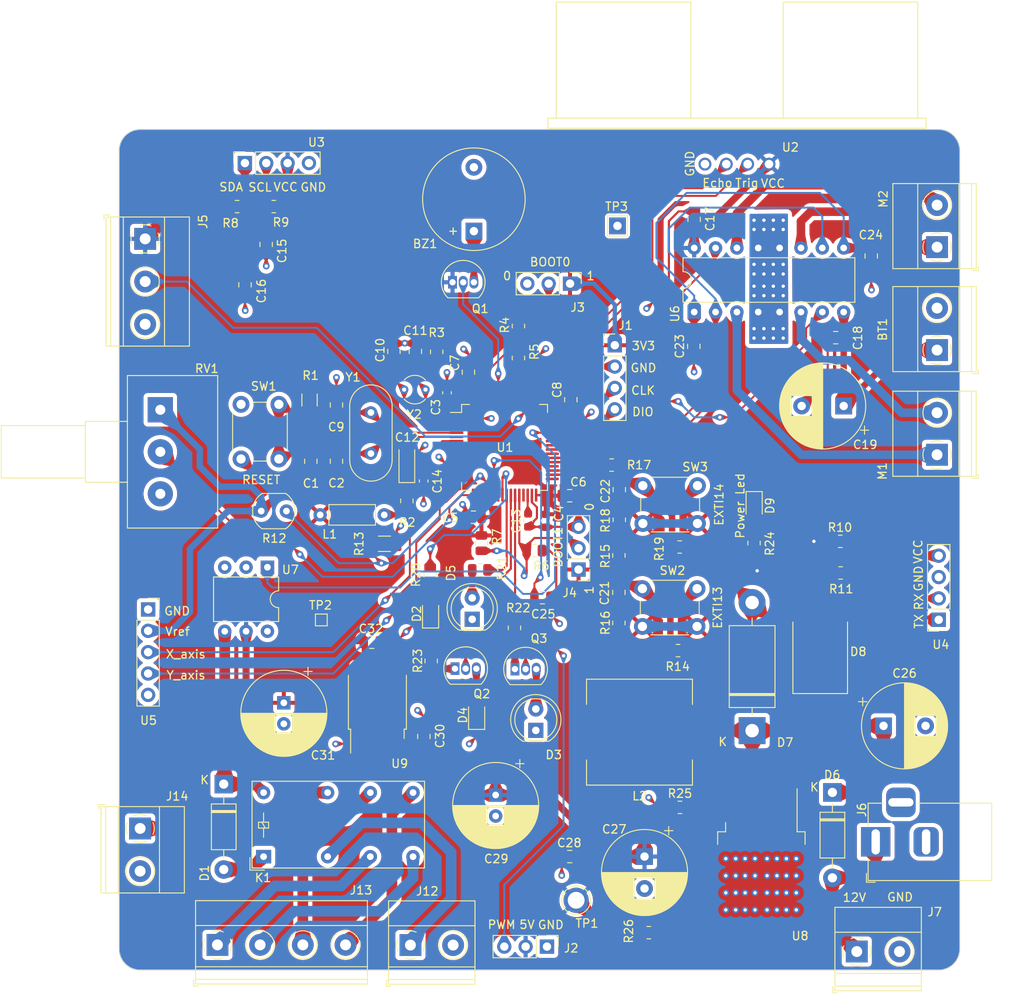
<source format=kicad_pcb>
(kicad_pcb (version 20221018) (generator pcbnew)
  (layers (0 "F.Cu" signal) (1 "In1.Cu" power) (2 "In2.Cu" power) (31 "B.Cu" signal) (34 "B.Paste" user) (35 "F.Paste" user) (36 "B.SilkS" user "B.Silkscreen") (37 "F.SilkS" user "F.Silkscreen") (38 "B.Mask" user) (39 "F.Mask" user) (44 "Edge.Cuts" user))
  (net 0 "")
  (net 1 "Net-(#FLG05-pwr)")
  (net 2 "GNDREF")
  (net 3 "Net-(BZ1--)")
  (net 4 "NRST")
  (net 5 "RCC_OSC_HSE_2")
  (net 6 "+3V3")
  (net 7 "RCC_OSC_HSE_1")
  (net 8 "RCC_OSC_LSE_2")
  (net 9 "RCC_OSC_LSE_1")
  (net 10 "VREF+")
  (net 11 "Net-(U1-VCAP1)")
  (net 12 "I2C_SCL")
  (net 13 "I2C_SDA")
  (net 14 "+5V")
  (net 15 "Net-(SW2-A)")
  (net 16 "Net-(C21-Pad2)")
  (net 17 "Net-(SW3-A)")
  (net 18 "Net-(C22-Pad2)")
  (net 19 "DC_Engine_PWM")
  (net 20 "Servo_Engine_PWM")
  (net 21 "Net-(D1-K)")
  (net 22 "Net-(D2-A)")
  (net 23 "Net-(D3-A)")
  (net 24 "Net-(D4-A)")
  (net 25 "Net-(D5-A)")
  (net 26 "Net-(D6-A)")
  (net 27 "Net-(D7-K)")
  (net 28 "SWCLK")
  (net 29 "SWDIO")
  (net 30 "BOOT0")
  (net 31 "BOOT1")
  (net 32 "PHOTO_ELECTRIC_SWITCH")
  (net 53 "Net-(J12-Pin_1)")
  (net 55 "Net-(J13-Pin_1)")
  (net 56 "Net-(J13-Pin_2)")
  (net 57 "Net-(J13-Pin_3)")
  (net 58 "Net-(J13-Pin_4)")
  (net 59 "Net-(J14-Pin_1)")
  (net 61 "Net-(L1-Pad2)")
  (net 62 "Net-(M1-+)")
  (net 63 "Net-(M1--)")
  (net 64 "Net-(M2-+)")
  (net 65 "Net-(M2--)")
  (net 66 "Buzzer_Output")
  (net 67 "Net-(Q2-C)")
  (net 68 "User_Led_2")
  (net 69 "Net-(Q3-C)")
  (net 70 "User_Led_3")
  (net 71 "Net-(#FLG01-pwr)")
  (net 72 "Net-(#FLG03-pwr)")
  (net 73 "ldr_value")
  (net 74 "Interrupt_EXTI13")
  (net 75 "Interrupt_EXTI14")
  (net 76 "User_Led_0")
  (net 77 "User_Led_1")
  (net 78 "pot_value")
  (net 79 "X_axis")
  (net 80 "Y_axis")
  (net 81 "USART6_TX")
  (net 82 "USART6_RX")
  (net 83 "DC_Engine_Left")
  (net 84 "DC_Engine_Right")
  (net 85 "Relay_Output")
  (net 86 "Echo")
  (net 87 "Trig")
  (net 91 "Net-(D9-A)")
  (net 92 "Net-(#FLG04-pwr)")
  (net 93 "Net-(U8-FB)")
  (footprint "Connector_PinHeader_2.54mm:PinHeader_1x03_P2.54mm_Vertical" (layer "F.Cu") (at 151.14 58.34 -90)
    (fp_text reference "J3")
    (fp_text value "Conn_01x03")
  )
  (footprint "User_Footprint:INDUCTOR_12x12x8" (layer "F.Cu") (at 159.4 111.7 180)
    (fp_text reference "L2")
    (fp_text value "33uH")
  )
  (footprint "Capacitor_SMD:C_0805_2012Metric" (layer "F.Cu") (at 139.65 86.125 180)
    (fp_text reference "C5")
    (fp_text value "100nF")
  )
  (footprint "TerminalBlock_Phoenix:TerminalBlock_Phoenix_MKDS-1,5-2_1x02_P5.00mm_Horizontal" (layer "F.Cu") (at 194.805 54 90)
    (fp_text reference "M2")
    (fp_text value "Motor_DC_ALT")
  )
  (footprint "Resistor_SMD:R_0805_2012Metric" (layer "F.Cu") (at 163.9875 102)
    (fp_text reference "R14")
    (fp_text value "220K")
  )
  (footprint "Capacitor_THT:CP_Radial_D10.0mm_P3.80mm" (layer "F.Cu") (at 160 126.5 -90)
    (fp_text reference "C27")
    (fp_text value "220uF")
  )
  (footprint "Resistor_SMD:R_0805_2012Metric" (layer "F.Cu") (at 115.9002 49.1744 180)
    (fp_text reference "R9")
    (fp_text value "4.7K")
  )
  (footprint "Resistor_SMD:R_0805_2012Metric" (layer "F.Cu") (at 173.0248 89.2029 90)
    (fp_text reference "R24")
    (fp_text value "470R")
  )
  (footprint "Capacitor_SMD:C_0603_1608Metric" (layer "F.Cu") (at 146.15 86.5 90)
    (fp_text reference "C13")
    (fp_text value "2.2uF")
  )
  (footprint "User_Footprint:SW_PUSH_6mm_H4.3mm" (layer "F.Cu") (at 116.5 72.7 -90)
    (fp_text reference "SW1")
    (fp_text value "SW_MEC_5E")
  )
  (footprint "Connector_PinHeader_2.54mm:PinHeader_1x03_P2.54mm_Vertical" (layer "F.Cu") (at 148.395 137.21 -90)
    (fp_text reference "J2")
    (fp_text value "Conn_01x03")
  )
  (footprint "Capacitor_SMD:C_0805_2012Metric" (layer "F.Cu") (at 186.9694 55.057 90)
    (fp_text reference "C24")
    (fp_text value "100nF")
  )
  (footprint "Capacitor_THT:CP_Radial_D10.0mm_P2.50mm" (layer "F.Cu") (at 142.2908 119.1768 -90)
    (fp_text reference "C29")
    (fp_text value "10uF")
  )
  (footprint "Buzzer_Beeper:Buzzer_12x9.5RM7.6" (layer "F.Cu") (at 139.7 52.1 90)
    (fp_text reference "BZ1")
    (fp_text value "Buzzer")
  )
  (footprint "TerminalBlock_Phoenix:TerminalBlock_Phoenix_MKDS-1,5-4-5.08_1x04_P5.08mm_Horizontal" (layer "F.Cu") (at 109.19 137.005)
    (fp_text reference "J13")
    (fp_text value "Screw_Terminal_01x04")
  )
  (footprint "User_Footprint:Relay_DPDT_Finder_30.22" (layer "F.Cu") (at 114.68 126.51)
    (fp_text reference "K1")
    (fp_text value "AZ850-x")
  )
  (footprint "Resistor_SMD:R_0805_2012Metric" (layer "F.Cu") (at 156.0875 79.925)
    (fp_text reference "R17")
    (fp_text value "330R")
  )
  (footprint "OptoDevice:R_LDR_5.0x4.1mm_P3mm_Vertical" (layer "F.Cu") (at 114.4 85.4)
    (fp_text reference "R12")
    (fp_text value "LDR03")
  )
  (footprint "Resistor_SMD:R_1206_3216Metric" (layer "F.Cu") (at 120.15 72.1875 -90)
    (fp_text reference "R1")
    (fp_text value "1K")
  )
  (footprint "Capacitor_SMD:C_0805_2012Metric" (layer "F.Cu") (at 165.9 50.7 -90)
    (fp_text reference "C17")
    (fp_text value "100nF")
  )
  (footprint "Resistor_SMD:R_0805_2012Metric" (layer "F.Cu") (at 160.5125 135.55 180)
    (fp_text reference "R26")
    (fp_text value "3K")
  )
  (footprint "Resistor_SMD:R_1206_3216Metric" (layer "F.Cu") (at 129.0625 89.29)
    (fp_text reference "R13")
    (fp_text value "10K")
  )
  (footprint "Capacitor_THT:CP_Radial_D10.0mm_P5.00mm" (layer "F.Cu") (at 188.432323 110.95)
    (fp_text reference "C26")
    (fp_text value "680uF")
  )
  (footprint "Package_DIP:DIP-16_W7.62mm" (layer "F.Cu") (at 165.91 61.72 90)
    (fp_text reference "U6")
    (fp_text value "L293D")
  )
  (footprint "Resistor_SMD:R_0805_2012Metric" (layer "F.Cu") (at 144.526 99.2905 -90)
    (fp_text reference "R22")
    (fp_text value "100R")
  )
  (footprint "Capacitor_SMD:C_0805_2012Metric" (layer "F.Cu") (at 123.35 79.475 -90)
    (fp_text reference "C2")
    (fp_text value "22pF")
  )
  (footprint "Capacitor_SMD:C_0805_2012Metric" (layer "F.Cu") (at 182.7428 64.77 180)
    (fp_text reference "C18")
    (fp_text value "100nF")
  )
  (footprint "Capacitor_SMD:C_0805_2012Metric" (layer "F.Cu") (at 127.55 101)
    (fp_text reference "C32")
    (fp_text value "1uF")
  )
  (footprint "TerminalBlock_Phoenix:TerminalBlock_Phoenix_MKDS-1,5-3-5.08_1x03_P5.08mm_Horizontal" (layer "F.Cu") (at 100.595 53.015 -90)
    (fp_text reference "J5")
    (fp_text value "Screw_Terminal_01x03")
  )
  (footprint "Inductor_THT:L_Axial_L5.3mm_D2.2mm_P7.62mm_Horizontal_Vishay_IM-1" (layer "F.Cu") (at 121.412 85.852)
    (fp_text reference "L1")
    (fp_text value "100uH")
  )
  (footprint "Capacitor_SMD:C_0805_2012Metric" (layer "F.Cu") (at 151.1 126.5 180)
    (fp_text reference "C28")
    (fp_text value "100nF")
  )
  (footprint "Package_TO_SOT_SMD:TO-252-2" (layer "F.Cu") (at 128.22 108.04 90)
    (fp_text reference "U9")
    (fp_text value "LD1086DT33TR")
  )
  (footprint "Resistor_SMD:R_0805_2012Metric" (layer "F.Cu") (at 164.2125 120.65)
    (fp_text reference "R25")
    (fp_text value "1K")
  )
  (footprint "Package_TO_SOT_THT:TO-92_Inline" (layer "F.Cu") (at 137.16 58.18)
    (fp_text reference "Q1")
    (fp_text value "BC547")
  )
  (footprint "User_Footprint:SW_PUSH_6mm_H4.3mm" (layer "F.Cu") (at 166.25 99.125 180)
    (fp_text reference "SW2")
    (fp_text value "SW_MEC_5E")
  )
  (footprint "TerminalBlock_Phoenix:TerminalBlock_Phoenix_MKDS-1,5-2-5.08_1x02_P5.08mm_Horizontal" (layer "F.Cu") (at 99.995 123.155 -90)
    (fp_text reference "J14")
    (fp_text value "Screw_Terminal_01x02")
  )
  (footprint "Crystal:Crystal_HC49-4H_Vertical" (layer "F.Cu") (at 127.45 73.675 -90)
    (fp_text reference "Y1")
    (fp_text value "Crystal_8Mhz")
  )
  (footprint "Resistor_SMD:R_0805_2012Metric" (layer "F.Cu") (at 134.5 93 -90)
    (fp_text reference "R20")
    (fp_text value "100R")
  )
  (footprint "TestPoint:TestPoint_THTPad_2.0x2.0mm_Drill1.0mm" (layer "F.Cu") (at 156.78 51.47)
    (fp_text reference "TP3")
    (fp_text value "GND")
  )
  (footprint "User_Footprint:HC06" (layer "F.Cu") (at 195 92.59 180)
    (fp_text reference "U4")
    (fp_text value "HC06 Bluetooth Sensor")
  )
  (footprint "TerminalBlock_Phoenix:TerminalBlock_Phoenix_MKDS-1,5-2_1x02_P5.00mm_Horizontal" (layer "F.Cu") (at 194.8 78.7 90)
    (fp_text reference "M1")
    (fp_text value "Motor_DC_UST")
  )
  (footprint "Capacitor_SMD:C_0805_2012Metric" (layer "F.Cu") (at 123.35 72.775 90)
    (fp_text reference "C9")
    (fp_text value "22pF")
  )
  (footprint "TestPoint:TestPoint_Pad_1.0x1.0mm" (layer "F.Cu") (at 121.55 98.35)
    (fp_text reference "TP2")
    (fp_text value "3V3")
  )
  (footprint "Connector_PinHeader_2.54mm:PinHeader_1x04_P2.54mm_Vertical" (layer "F.Cu") (at 156.464 65.669)
    (fp_text reference "J1")
    (fp_text value "Prog_Conn_01x04")
  )
  (footprint "Package_QFP:LQFP-64_10x10mm_P0.5mm" (layer "F.Cu") (at 143.35 77.825)
    (fp_text reference "U1")
    (fp_text value "STM32F401RCTx")
  )
  (footprint "Package_TO_SOT_THT:TO-92_Inline" (layer "F.Cu") (at 144.58 104.2)
    (fp_text reference "Q3")
    (fp_text value "BC547")
  )
  (footprint "User_Footprint:Oled_Display" (layer "F.Cu") (at 118.79 43.87 90)
    (fp_text reference "U3")
    (fp_text value "Oled_Display")
  )
  (footprint "Capacitor_SMD:C_0805_2012Metric" (layer "F.Cu") (at 165.862 65.8 90)
    (fp_text reference "C23")
    (fp_text value "100nF")
  )
  (footprint "User_Footprint:Potansiyometre" (layer "F.Cu") (at 101.95 78.4)
    (fp_text reference "RV1")
    (fp_text value "100K")
  )
  (footprint "Crystal:Crystal_AT310_D3.0mm_L10.0mm_Vertical" (layer "F.Cu") (at 133.945 70.95 180)
    (fp_text reference "Y2")
    (fp_text value "Crystal_32.768Khz")
  )
  (footprint "Diode_THT:D_DO-41_SOD81_P10.16mm_Horizontal" (layer "F.Cu") (at 182.35 118.87 -90)
    (fp_text reference "D6")
    (fp_text value "1N4007")
  )
  (footprint "Resistor_SMD:R_0805_2012Metric" (layer "F.Cu") (at 164.1875 89.675)
    (fp_text reference "R19")
    (fp_text value "220K")
  )
  (footprint "Resistor_SMD:R_0805_2012Metric" (layer "F.Cu") (at 140.6 89.2125 -90)
    (fp_text reference "R7")
    (fp_text value "10k")
  )
  (footprint "Capacitor_SMD:C_0805_2012Metric" (layer "F.Cu") (at 151.1 83.575)
    (fp_text reference "C6")
    (fp_text value "100nF")
  )
  (footprint "LED_SMD:LED_0805_2012Metric" (layer "F.Cu") (at 134.55 97.625 90)
    (fp_text reference "D2")
    (fp_text value "LED")
  )
  (footprint "Resistor_SMD:R_0805_2012Metric" (layer "F.Cu") (at 145 63.3875 -90)
    (fp_text reference "R4")
    (fp_text value "10k")
  )
  (footprint "Capacitor_SMD:C_0603_1608Metric" (layer "F.Cu") (at 136.5 71.325 90)
    (fp_text reference "C3")
    (fp_text value "100nF")
  )
  (footprint "Resistor_SMD:R_0805_2012Metric" (layer "F.Cu") (at 134.62 103.2275 -90)
    (fp_text reference "R23")
    (fp_text value "100R")
  )
  (footprint "Diode_THT:D_DO-201AD_P15.24mm_Horizontal" (layer "F.Cu") (at 172.8 111.52 90)
    (fp_text reference "D7")
    (fp_text value "1N5822")
  )
  (footprint "LED_SMD:LED_0805_2012Metric" (layer "F.Cu") (at 140.03 109.6875 90)
    (fp_text reference "D4")
    (fp_text value "LED")
  )
  (footprint "Resistor_SMD:R_0805_2012Metric" (layer "F.Cu") (at 156.95 98.7125 -90)
    (fp_text reference "R16")
    (fp_text value "100R")
  )
  (footprint "Package_DIP:DIP-6_W7.62mm" (layer "F.Cu") (at 115.14 92.08 -90)
    (fp_text reference "U7")
    (fp_text value "4N25")
  )
  (footprint "Capacitor_SMD:C_0805_2012Metric" (layer "F.Cu") (at 120.3 79.475 90)
    (fp_text reference "C1")
    (fp_text value "100nF")
  )
  (footprint "Connector_PinHeader_2.54mm:PinHeader_1x03_P2.54mm_Vertical" (layer "F.Cu") (at 152.15 92.355 180)
    (fp_text reference "J4")
    (fp_text value "Conn_01x03")
  )
  (footprint "LED_SMD:LED_0805_2012Metric" (layer "F.Cu") (at 173.04 84.7625 -90)
    (fp_text reference "D9")
    (fp_text value "LED")
  )
  (footprint "Resistor_SMD:R_0805_2012Metric" (layer "F.Cu") (at 146.8875 90.1)
    (fp_text reference "R6")
    (fp_text value "510R")
  )
  (footprint "Capacitor_SMD:C_0805_2012Metric" (layer "F.Cu") (at 130.19 66.4 90)
    (fp_text reference "C10")
    (fp_text value "6.8pF")
  )
  (footprint "Package_TO_SOT_SMD:TO-263-5_TabPin3" (layer "F.Cu") (at 173.9 128.375 -90)
    (fp_text reference "U8")
    (fp_text value "LM2596S-5")
  )
  (footprint "Resistor_SMD:R_0805_2012Metric" (layer "F.Cu") (at 131.725 84.1875 90)
    (fp_text reference "R2")
    (fp_text value "47R")
  )
  (footprint "Capacitor_SMD:C_0805_2012Metric" (layer "F.Cu") (at 133.75 112.21 90)
    (fp_text reference "C30")
    (fp_text value "1uF")
  )
  (footprint "TestPoint:TestPoint_Plated_Hole_D2.0mm" (layer "F.Cu") (at 151.8666 131.699)
    (fp_text reference "TP1")
    (fp_text value "5V")
  )
  (footprint "Capacitor_THT:CP_Radial_D10.0mm_P2.50mm" (layer "F.Cu") (at 117.09 108.21 -90)
    (fp_text reference "C31")
    (fp_text value "10uF")
  )
  (footprint "Diode_THT:D_DO-41_SOD81_P10.16mm_Horizontal" (layer "F.Cu") (at 109.94 117.88 -90)
    (fp_text reference "D1")
    (fp_text value "1N4007")
  )
  (footprint "Capacitor_Tantalum_SMD:CP_EIA-3216-18_Kemet-A" (layer "F.Cu") (at 131.725 79.7 90)
    (fp_text reference "C12")
    (fp_text value "1uF")
  )
  (footprint "User_Footprint:SW_PUSH_6mm_H4.3mm" (layer "F.Cu") (at 166.3 86.875 180)
    (fp_text reference "SW3")
    (fp_text value "SW_MEC_5E")
  )
  (footprint "LED_THT:LED_D5.0mm" (layer "F.Cu") (at 147.066 111.49 90)
    (fp_text reference "D3")
    (fp_text value "LED")
  )
  (footprint "Diode_SMD:D_SMC" (layer "F.Cu") (at 180.9 102.2 90)
    (fp_text reference "D8")
    (fp_text value "SS34")
  )
  (footprint "Resistor_SMD:R_0805_2012Metric" (layer "F.Cu") (at 183.3274 92.7608 180)
    (fp_text reference "R11")
    (fp_text value "0R")
  )
  (footprint "Resistor_SMD:R_0805_2012Metric" (layer "F.Cu") (at 145 67.1875 -90)
    (fp_text reference "R5")
    (fp_text value "510R")
  )
  (footprint "LED_THT:LED_D5.0mm" (layer "F.Cu") (at 139.5 98.275 90)
    (fp_text reference "D5")
    (fp_text value "LED")
  )
  (footprint "Capacitor_SMD:C_0805_2012Metric" (layer "F.Cu") (at 132.74 66.4 90)
    (fp_text reference "C11")
    (fp_text value "6.8pF")
  )
  (footprint "Capacitor_SMD:C_0805_2012Metric" (layer "F.Cu") (at 114.9858 53.6804 -90)
    (fp_text reference "C15")
    (fp_text value "100nF")
  )
  (footprint "TerminalBlock_Phoenix:TerminalBlock_Phoenix_MKDS-1,5-2_1x02_P5.00mm_Horizontal" (layer "F.Cu") (at 194.805 66.25 90)
    (fp_text reference "BT1")
    (fp_text value "Battery")
  )
  (footprint "TerminalBlock_Phoenix:TerminalBlock_Phoenix_MKDS-1,5-2-5.08_1x02_P5.08mm_Horizontal" (layer "F.Cu") (at 185.25 137.8)
    (fp_text reference "J7")
    (fp_text value "Screw_Terminal_01x02")
  )
  (footprint "Capacitor_SMD:C_0805_2012Metric" (layer "F.Cu") (at 151.2316 72.1462 90)
    (fp_text reference "C8")
    (fp_text value "100nF")
  )
  (footprint "Resistor_SMD:R_0805_2012Metric" (layer "F.Cu") (at 135.275 66.4625 -90)
    (fp_text reference "R3")
    (fp_text value "0R")
  )
  (footprint "Resistor_SMD:R_0805_2012Metric" (layer "F.Cu") (at 157 86.4375 -90)
    (fp_text reference "R18")
    (fp_text value "100R")
  )
  (footprint "Resistor_SMD:R_0805_2012Metric" (layer "F.Cu") (at 183.2883 89.0016 180)
    (fp_text reference "R10")
    (fp_text value "0R")
  )
  (footprint "Resistor_SMD:R_0805_2012Metric" (layer "F.Cu") (at 140.4125 92.4 180)
    (fp_text reference "R21")
    (fp_text value "100R")
  )
  (footprint "Capacitor_SMD:C_0805_2012Metric" (layer "F.Cu") (at 156.95 95.075 -90)
    (fp_text reference "C21")
    (fp_text value "100nF")
  )
  (footprint "Capacitor_THT:CP_Radial_D10.0mm_P5.00mm" (layer "F.Cu") (at 183.6928 72.898 180)
    (fp_text reference "C19")
    (fp_text value "1000uF")
  )
  (footprint "User_Footprint:HC-SR04" (layer "F.Cu") (at 171 44.125 180)
    (fp_text reference "U2")
    (fp_text value "HC-SR04")
  )
  (footprint "User_Footprint:DC_Power_Jack" (layer "F.Cu") (at 195.65 124.8 180)
    (fp_text reference "J6")
    (fp_text value "Barrel_Jack_Switch_Pin3Ring")
  )
  (footprint "Capacitor_SMD:C_0805_2012Metric" (layer "F.Cu") (at 139.05 68.875 90)
    (fp_text reference "C7")
    (fp_text value "100nF")
  )
  (footprint "User_Footprint:Joystick" (layer "F.Cu") (at 100.995 102.855)
    (fp_text reference "U5")
    (fp_text value "Joystick")
  )
  (footprint "TerminalBlock_Phoenix:TerminalBlock_Phoenix_MKDS-1,5-2-5.08_1x02_P5.08mm_Horizontal" (layer "F.Cu") (at 132.15 137.03)
    (fp_text reference "J12")
    (fp_text value "Screw_Terminal_01x02")
  )
  (footprint "Resistor_SMD:R_0805_2012Metric" (layer "F.Cu") (at 156.95 90.675 -90)
    (fp_text reference "R15")
    (fp_text value "330R")
  )
  (footprint "Capacitor_SMD:C_0603_1608Metric" (layer "F.Cu") (at 133.725 81.825 -90)
    (fp_text reference "C14")
    (fp_text value "100nF")
  )
  (footprint "Package_TO_SOT_THT:TO-92_Inline" (layer "F.Cu") (at 137.45 104.15)
    (fp_text reference "Q2")
    (fp_text value "BC547")
  )
  (footprint "Capacitor_SMD:C_0805_2012Metric" (layer "F.Cu") (at 112.4712 58.481 -90)
    (fp_text reference "C16")
    (fp_text value "100nF")
  )
  (footprint "Capacitor_SMD:C_0603_1608Metric" (layer "F.Cu") (at 148.25 86.55 -90)
    (fp_text reference "C4")
    (fp_text value "100nF")
  )
  (footprint "Capacitor_SMD:C_0805_2012Metric" (layer "F.Cu") (at 157 82.85 -90)
    (fp_text reference "C22")
    (fp_text value "100nF")
  )
  (footprint "Resistor_SMD:R_0805_2012Metric" (layer "F.Cu") (at 111.5333 49.1744)
    (fp_text reference "R8")
    (fp_text value "4.7K")
  )
  (footprint "Capacitor_SMD:C_0805_2012Metric" (layer "F.Cu") (at 147.85 95.7 180)
    (fp_text reference "C25")
    (fp_text value "100nF")
  )
  (gr_line (start 100 140) (end 195 140) (stroke (width 0.1)) (layer "Edge.Cuts"))
  (gr_arc (start 197.5 137.5) (mid 196.767767 139.267767) (end 195 140) (stroke (width 0.1)) (layer "Edge.Cuts"))
  (gr_arc (start 195 40) (mid 196.767767 40.732233) (end 197.5 42.5) (stroke (width 0.1)) (layer "Edge.Cuts"))
  (gr_arc (start 97.5 42.5) (mid 98.232233 40.732233) (end 100 40) (stroke (width 0.1)) (layer "Edge.Cuts"))
  (gr_line (start 195 40) (end 100 40) (stroke (width 0.1)) (layer "Edge.Cuts"))
  (gr_arc (start 100 140) (mid 98.232233 139.267767) (end 97.5 137.5) (stroke (width 0.1)) (layer "Edge.Cuts"))
  (gr_line (start 197.5 137.5) (end 197.5 42.5) (stroke (width 0.1)) (layer "Edge.Cuts"))
  (gr_line (start 97.5 42.5) (end 97.5 137.5) (stroke (width 0.1)) (layer "Edge.Cuts"))
  (gr_text "RESET" (at 114.4 81.675) (layer "F.SilkS") (effects (font (size 1 1))))
  (gr_text "Y_axis\n" (at 105.45 104.925) (layer "F.SilkS") (effects (font (size 1 1))))
  (gr_text "CLK\n" (at 159.825 71.05) (layer "F.SilkS") (effects (font (size 1 1))))
  (gr_text "BOOT1" (at 149.725 89.7 90) (layer "F.SilkS") (effects (font (size 1 1))))
  (gr_text "PWM" (at 143 134.6) (layer "F.SilkS") (effects (font (size 1 1))))
  (gr_text "GND\n" (at 159.875 68.375) (layer "F.SilkS") (effects (font (size 1 1))))
  (gr_text "SDA" (at 110.825 46.85) (layer "F.SilkS") (effects (font (size 1 1))))
  (gr_text "EXTI14" (at 168.875 84.625 90) (layer "F.SilkS") (effects (font (size 1 1))))
  (gr_text "X_axis\n" (at 105.425 102.425) (layer "F.SilkS") (effects (font (size 1 1))))
  (gr_text "GND\n" (at 148.85 134.625) (layer "F.SilkS") (effects (font (size 1 1))))
  (gr_text "SCL" (at 114.25 46.875) (layer "F.SilkS") (effects (font (size 1 1))))
  (gr_text "VCC" (at 175.275 46.425) (layer "F.SilkS") (effects (font (size 1 1))))
  (gr_text "GND" (at 192.6 93.425 90) (layer "F.SilkS") (effects (font (size 1 1))))
  (gr_text "Echo" (at 168.675 46.375) (layer "F.SilkS") (effects (font (size 1 1))))
  (gr_text "GND" (at 165.4 44.075 90) (layer "F.SilkS") (effects (font (size 1 1))))
  (gr_text "0" (at 143.65 57.425) (layer "F.SilkS") (effects (font (size 1 1))))
  (gr_text "VCC" (at 117.3 46.85) (layer "F.SilkS") (effects (font (size 1 1))))
  (gr_text "GND" (at 120.6 46.875) (layer "F.SilkS") (effects (font (size 1 1))))
  (gr_text "TX" (at 192.65 98.525 90) (layer "F.SilkS") (effects (font (size 1 1))))
  (gr_text "3V3\n" (at 159.875 65.75) (layer "F.SilkS") (effects (font (size 1 1))))
  (gr_text "Power Led" (at 171.375 84.775 90) (layer "F.SilkS") (effects (font (size 1 1))))
  (gr_text "1\n" (at 153.425 94.8 90) (layer "F.SilkS") (effects (font (size 1 1))))
  (gr_text "VCC" (at 192.55 90.225 90) (layer "F.SilkS") (effects (font (size 1 1))))
  (gr_text "Trig" (at 172.175 46.375) (layer "F.SilkS") (effects (font (size 1 1))))
  (gr_text "GND" (at 104.4 97.3) (layer "F.SilkS") (effects (font (size 1 1))))
  (gr_text "EXTI13" (at 168.7 96.875 90) (layer "F.SilkS") (effects (font (size 1 1))))
  (gr_text "RX" (at 192.65 96.2 90) (layer "F.SilkS") (effects (font (size 1 1))))
  (gr_text "DIO" (at 159.8 73.6) (layer "F.SilkS") (effects (font (size 1 1))))
  (gr_text "BOOT0\n" (at 148.775 55.775) (layer "F.SilkS") (effects (font (size 1 1))))
  (gr_text "1" (at 153.575 57.425) (layer "F.SilkS") (effects (font (size 1 1))))
  (gr_text "5V\n" (at 146.025 134.6) (layer "F.SilkS") (effects (font (size 1 1))))
  (gr_text "0\n" (at 153.45 84.9 90) (layer "F.SilkS") (effects (font (size 1 1))))
  (gr_text "Vref" (at 104.45 99.725) (layer "F.SilkS") (effects (font (size 1 1))))
  (gr_text "12V" (at 184.975 131.375) (layer "F.SilkS") (effects (font (size 1 1))))
  (gr_text "GND" (at 190.4 131.325) (layer "F.SilkS") (effects (font (size 1 1))))
  (segment (start 194.805 66.25) (end 190.3408 66.25) (width 0.762) (layer "F.Cu") (net 1))
  (segment (start 183.6928 64.77) (end 183.6928 61.7228) (width 0.762) (layer "F.Cu") (net 1))
  (segment (start 183.769 61.799) (end 183.69 61.72) (width 1.27) (layer "F.Cu") (net 1))
  (segment (start 183.6928 72.898) (end 183.6928 64.77) (width 0.762) (layer "F.Cu") (net 1))
  (segment (start 190.3408 66.25) (end 183.6928 72.898) (width 0.762) (layer "F.Cu") (net 1))
  (segment (start 140.1 73.775) (end 140.7 74.375) (width 0.25) (layer "F.Cu") (net 2))
  (segment (start 148.8 97.7) (end 149.9 98.8) (width 0.254) (layer "F.Cu") (net 2))
  (segment (start 152.15 87.275) (end 152.15 83.675) (width 0.254) (layer "F.Cu") (net 2))
  (segment (start 173.9 120.725) (end 173.9 129.875) (width 1.016) (layer "F.Cu") (net 2))
  (segment (start 114.45 81.65) (end 112 79.2) (width 0.254) (layer "F.Cu") (net 2))
  (segment (start 147.2 84.943514) (end 147.2 86.225) (width 0.254) (layer "F.Cu") (net 2))
  (segment (start 119.075 81.65) (end 114.45 81.65) (width 0.254) (layer "F.Cu") (net 2))
  (segment (start 165.1 90.9) (end 165.1 89.675) (width 0.254) (layer "F.Cu") (net 2))
  (segment (start 130.525 89.29) (end 130.525 87.625) (width 0.254) (layer "F.Cu") (net 2))
  (segment (start 162.9 50.9) (end 162.9 58.65) (width 0.254) (layer "F.Cu") (net 2))
  (segment (start 132.74 65.45) (end 131.5 65.45) (width 0.254) (layer "F.Cu") (net 2))
  (segment (start 165.75 91.55) (end 165.1 90.9) (width 0.254) (layer "F.Cu") (net 2))
  (segment (start 123.35 71.825) (end 123.35 69.5) (width 0.254) (layer "F.Cu") (net 2))
  (segment (start 147.2 86.225) (end 146.15 87.275) (width 0.254) (layer "F.Cu") (net 2))
  (segment (start 125.94 113.08) (end 123.27 113.08) (width 0.254) (layer "F.Cu") (net 2))
  (segment (start 139.05 67.925) (end 139.05 66.7) (width 0.25) (layer "F.Cu") (net 2))
  (segment (start 133.75 111.26) (end 133.75 109.85) (width 0.254) (layer "F.Cu") (net 2))
  (segment (start 140.03 110.625) (end 140.03 112.22) (width 0.254) (layer "F.Cu") (net 2))
  (segment (start 132.8375 98.5625) (end 134.55 98.5625) (width 0.254) (layer "F.Cu") (net 2))
  (segment (start 173.9 129.875) (end 173.475 130.3) (width 1.016) (layer "F.Cu") (net 2))
  (segment (start 162.9 58.65) (end 160.25 61.3) (width 0.254) (layer "F.Cu") (net 2))
  (segment (start 130.19 65.45) (end 131.45 65.45) (width 0.254) (layer "F.Cu") (net 2))
  (segment (start 146.2252 68.1) (end 148.2598 66.0654) (width 0.25) (layer "F.Cu") (net 2))
  (segment (start 133.725 84.525) (end 133.7 84.55) (width 0.254) (layer "F.Cu") (net 2))
  (segment (start 123.35 80.425) (end 120.3 80.425) (width 0.254) (layer "F.Cu") (net 2))
  (segment (start 131.725 78.35) (end 133.1 78.35) (width 0.254) (layer "F.Cu") (net 2))
  (segment (start 165.862 68.812) (end 165.9 68.85) (width 0.254) (layer "F.Cu") (net 2))
  (segment (start 148.7 90.1) (end 149.5 90.9) (width 0.254) (layer "F.Cu") (net 2))
  (segment (start 164.05 49.75) (end 162.9 50.9) (width 0.254) (layer "F.Cu") (net 2))
  (segment (start 181.7928 64.77) (end 181.7928 69.798) (width 0.254) (layer "F.Cu") (net 2))
  (segment (start 186.9694 56.007) (end 186.9694 59.0694) (width 0.254) (layer "F.Cu") (net 2))
  (segment (start 130.525 87.625) (end 131 87.15) (width 0.254) (layer "F.Cu") (net 2))
  (segment (start 164.9 102) (end 170.55 102) (width 0.254) (layer "F.Cu") (net 2))
  (segment (start 161.675 120.65) (end 160.5 119.475) (width 0.254) (layer "F.Cu") (net 2))
  (segment (start 133.75 109.85) (end 133 109.1) (width 0.254) (layer "F.Cu") (net 2))
  (segment (start 152.7202 68.209) (end 156.464 68.209) (width 0.25) (layer "F.Cu") (net 2))
  (segment (start 149.5 90.9) (end 149.5 95) (width 0.254) (layer "F.Cu") (net 2))
  (segment (start 175.32 98.8) (end 172.8 96.28) (width 0.254) (layer "F.Cu") (net 2))
  (segment (start 163.3 120.65) (end 161.675 120.65) (width 0.254) (layer "F.Cu") (net 2))
  (segment (start 165.9 49.75) (end 164.05 49.75) (width 0.254) (layer "F.Cu") (net 2))
  (segment (start 152.15 83.675) (end 152.05 83.575) (width 0.254) (layer "F.Cu") (net 2))
  (segment (start 165.862 66.75) (end 165.862 68.812) (width 0.254) (layer "F.Cu") (net 2))
  (segment (start 170.55 102) (end 172.8 99.75) (width 0.254) (layer "F.Cu") (net 2))
  (segment (start 138.7 86.125) (end 138.7 84.95) (width 0.254) (layer "F.Cu") (net 2))
  (segment (start 138.7 84.95) (end 138.35 84.6) (width 0.254) (layer "F.Cu") (net 2))
  (segment (start 123.27 113.08) (end 123.25 113.1) (width 0.254) (layer "F.Cu") (net 2))
  (segment (start 151.2316 71.1962) (end 151.2316 69.6976) (width 0.25) (layer "F.Cu") (net 2))
  (segment (start 120.3 80.425) (end 119.075 81.65) (width 0.254) (layer "F.Cu") (net 2))
  (segment (start 186.9694 59.0694) (end 187 59.1) (width 0.254) (layer "F.Cu") (net 2))
  (segment (start 170.5 120.725) (end 170.5 126.825) (width 1.016) (layer "F.Cu") (net 2))
  (segment (start 130.4 101) (end 131.65 99.75) (width 0.254) (layer "F.Cu") (net 2))
  (segment (start 146.6 84.343514) (end 147.2 84.943514) (width 0.254) (layer "F.Cu") (net 2))
  (segment (start 137.675 79.575) (end 136.15 79.575) (width 0.254) (layer "F.Cu") (net 2))
  (segment (start 114.9858 56.2358) (end 115 56.25) (width 0.254) (layer "F.Cu") (net 2))
  (segment (start 172.8 99.75) (end 172.8 96.28) (width 0.254) (layer "F.Cu") (net 2))
  (segment (start 140.1 84.725) (end 138.7 86.125) (width 0.254) (layer "F.Cu") (net 2))
  (segment (start 146.6 83.5) (end 146.6 84.343514) (width 0.254) (layer "F.Cu") (net 2))
  (segment (start 133.1 78.35) (end 133.9 77.55) (width 0.254) (layer "F.Cu") (net 2))
  (segment (start 171.025 83.825) (end 173.04 83.825) (width 0.254) (layer "F.Cu") (net 2))
  (segment (start 145 68.1) (end 146.2252 68.1) (width 0.25) (layer "F.Cu") (net 2))
  (segment (start 150.15 126.5) (end 150.15 128.75) (width 0.254) (layer "F.Cu") (net 2))
  (segment (start 112.4712 61.5212) (end 112.5 61.55) (width 0.254) (layer "F.Cu") (net 2))
  (segment (start 114.9858 54.6304) (end 114.9858 56.2358) (width 0.254) (layer "F.Cu") (net 2))
  (segment (start 151.2316 69.6976) (end 152.7202 68.209) (width 0.25) (layer "F.Cu") (net 2))
  (segment (start 140.1 72.15) (end 140.1 73.775) (width 0.25) (layer "F.Cu") (net 2))
  (segment (start 132.8375 98.5625) (end 131.65 99.75) (width 0.254) (layer "F.Cu") (net 2))
  (segment (start 131.5 65.45) (end 131.475 65.425) (width 0.254) (layer "F.Cu") (net 2))
  (segment (start 149.025 74.575) (end 152.7 74.575) (width 0.254) (layer "F.Cu") (net 2))
  (segment (start 128.5 101) (end 130.4 101) (width 0.254) (layer "F.Cu") (net 2))
  (segment (start 146.15 87.275) (end 148.2 87.275) (width 0.254) (layer "F.Cu") (net 2))
  (segment (start 148.8 95.7) (end 148.8 97.7) (width 0.254) (layer "F.Cu") (net 2))
  (segment (start 180.9 98.8) (end 175.32 98.8) (width 0.254) (layer "F.Cu") (net 2))
  (segment (start 136.5 70.55) (end 136.5 68.9) (width 0.25) (layer "F.Cu") (net 2))
  (segment (start 147.8 90.1) (end 148.7 90.1) (width 0.254) (layer "F.Cu") (net 2))
  (segment (start 152.7 74.575) (end 153.675 73.6) (width 0.254) (layer "F.Cu") (net 2))
  (segment (start 168.275 89.675) (end 169.75 88.2) (width 0.254) (layer "F.Cu") (net 2))
  (segment (start 172.8 96.28) (end 168.07 91.55) (width 0.254) (layer "F.Cu") (net 2))
  (segment (start 139.05 66.7) (end 138.475 66.125) (width 0.25) (layer "F.Cu") (net 2))
  (segment (start 140.1 83.5) (end 140.1 84.725) (width 0.254) (layer "F.Cu") (net 2))
  (segment (start 169.75 88.2) (end 169.75 85.1) (width 0.254) (layer "F.Cu") (net 2))
  (segment (start 149.5 95) (end 148.8 95.7) (width 0.254) (layer "F.Cu") (net 2))
  (segment (start 140.03 112.22) (end 139.15 113.1) (width 0.254) (layer "F.Cu") (net 2))
  (segment (start 112.4712 59.431) (end 112.4712 61.5212) (width 0.254) (layer "F.Cu") (net 2))
  (segment (start 136.15 79.575) (end 135.525 78.95) (width 0.254) (layer "F.Cu") (net 2))
  (segment (start 131.45 65.45) (end 131.475 65.425) (width 0.254) (layer "F.Cu") (net 2))
  (segment (start 148.3 87.275) (end 152.15 87.275) (width 0.254) (layer "F.Cu") (net 2))
  (segment (start 133.725 82.6) (end 133.725 84.525) (width 0.254) (layer "F.Cu") (net 2))
  (segment (start 140.7 74.375) (end 141.775 74.375) (width 0.25) (layer "F.Cu") (net 2))
  (segment (start 169.75 85.1) (end 171.025 83.825) (width 0.254) (layer "F.Cu") (net 2))
  (segment (start 165.1 89.675) (end 168.275 89.675) (width 0.254) (layer "F.Cu") (net 2))
  (segment (start 109.94 128.04) (end 113.15 128.04) (width 1.27) (layer "F.Cu") (net 2))
  (segment (start 181.7928 69.798) (end 178.6928 72.898) (width 0.254) (layer "F.Cu") (net 2))
  (segment (start 170.5 126.825) (end 171.125 127.45) (width 1.016) (layer "F.Cu") (net 2))
  (segment (start 113.15 128.04) (end 114.68 126.51) (width 1.27) (layer "F.Cu") (net 2))
  (segment (start 168.07 91.55) (end 165.75 91.55) (width 0.254) (layer "F.Cu") (net 2))
  (segment (start 148.25 87.325) (end 148.3 87.275) (width 0.254) (layer "F.Cu") (net 2))
  (segment (start 148.2 87.275) (end 148.25 87.325) (width 0.254) (layer "F.Cu") (net 2))
  (via (at 135.525 78.95) (size 0.8) (drill 0.4) (layers "F.Cu" "B.Cu") (net 2))
  (via (at 171.972 126.746) (size 0.8) (drill 0.4) (layers "F.Cu" "B.Cu") (net 2))
  (via (at 174.2 50.8) (size 0.8) (drill 0.4) (layers "F.Cu" "B.Cu") (net 2))
  (via (at 153.675 73.6) (size 0.8) (drill 0.4) (layers "F.Cu" "B.Cu") (net 2))
  (via (at 173.025 64.825) (size 0.8) (drill 0.4) (layers "F.Cu" "B.Cu") (net 2))
  (via (at 131 87.15) (size 0.8) (drill 0.4) (layers "F.Cu" "B.Cu") (net 2))
  (via (at 174.579 128.778) (size 0.8) (drill 0.4) (layers "F.Cu" "B.Cu") (net 2))
  (via (at 173.025 59.775) (size 0.8) (drill 0.4) (layers "F.Cu" "B.Cu") (net 2))
  (via (at 174.2 59.775) (size 0.8) (drill 0.4) (layers "F.Cu" "B.Cu") (net 2))
  (via (at 150.15 128.75) (size 0.8) (drill 0.4) (layers "F.Cu" "B.Cu") (net 2))
  (via (at 112.5 61.55) (size 0.8) (drill 0.4) (layers "F.Cu" "B.Cu") (net 2))
  (via (at 176.879 130.81) (size 0.8) (drill 0.4) (layers "F.Cu" "B.Cu") (net 2))
  (via (at 178.054 132.842) (size 0.8) (drill 0.4) (layers "F.Cu" "B.Cu") (net 2))
  (via (at 171.972 128.778) (size 0.8) (drill 0.4) (layers "F.Cu" "B.Cu") (net 2))
  (via (at 133.9 77.55) (size 0.8) (drill 0.4) (layers "F.Cu" "B.Cu") (net 2))
  (via (at 131.475 65.425) (size 0.8) (drill 0.4) (layers "F.Cu" "B.Cu") (net 2))
  (via (at 174.2 63.7) (size 0.8) (drill 0.4) (layers "F.Cu" "B.Cu") (net 2))
  (via (at 141.775 74.375) (size 0.8) (drill 0.4) (layers "F.Cu" "B.Cu") (net 2))
  (via (at 173.025 58.65) (size 0.8) (drill 0.4) (layers "F.Cu" "B.Cu") (net 2))
  (via (at 115 56.25) (size 0.8) (drill 0.4) (layers "F.Cu" "B.Cu") (net 2))
  (via (at 173.147 132.842) (size 0.8) (drill 0.4) (layers "F.Cu" "B.Cu") (net 2))
  (via (at 173.025 51.9) (size 0.8) (drill 0.4) (layers "F.Cu" "B.Cu") (net 2))
  (via (at 187 59.1) (size 0.8) (drill 0.4) (layers "F.Cu" "B.Cu") (net 2))
  (via (at 136.5 68.9) (size 0.8) (drill 0.4) (layers "F.Cu" "B.Cu") (net 2))
  (via (at 173.147 130.81) (size 0.8) (drill 0.4) (layers "F.Cu" "B.Cu") (net 2))
  (via (at 160.25 61.3) (size 0.8) (drill 0.4) (layers "F.Cu" "B.Cu") (net 2))
  (via (at 176.879 126.746) (size 0.8) (drill 0.4) (layers "F.Cu" "B.Cu") (net 2))
  (via (at 173.025 56.05) (size 0.8) (drill 0.4) (layers "F.Cu" "B.Cu") (net 2))
  (via (at 173.147 128.778) (size 0.8) (drill 0.4) (layers "F.Cu" "B.Cu") (net 2))
  (via (at 174.2 57.2) (size 0.8) (drill 0.4) (layers "F.Cu" "B.Cu") (net 2))
  (via (at 169.672 126.746) (size 0.8) (drill 0.4) (layers "F.Cu" "B.Cu") (net 2))
  (via (at 176.879 128.778) (size 0.8) (drill 0.4) (layers "F.Cu" "B.Cu") (net 2))
  (via (at 170.847 130.81) (size 0.8) (drill 0.4) (layers "F.Cu" "B.Cu") (net 2))
  (via (at 175.325 51.9) (size 0.8) (drill 0.4) (layers "F.Cu" "B.Cu") (net 2))
  (via (at 131.65 99.75) (size 0.8) (drill 0.4) (layers "F.Cu" "B.Cu") (net 2))
  (via (at 175.754 130.81) (size 0.8) (drill 0.4) (layers "F.Cu" "B.Cu") (net 2))
  (via (at 160.5 119.475) (size 0.8) (drill 0.4) (layers "F.Cu" "B.Cu") (net 2))
  (via (at 174.2 64.825) (size 0.8) (drill 0.4) (layers "F.Cu" "B.Cu") (net 2))
  (via (at 175.325 63.7) (size 0.8) (drill 0.4) (layers "F.Cu" "B.Cu") (net 2))
  (via (at 138.475 66.125) (size 0.8) (drill 0.4) (layers "F.Cu" "B.Cu") (net 2))
  (via (at 165.9 68.85) (size 0.8) (drill 0.4) (layers "F.Cu" "B.Cu") (net 2))
  (via (at 176.5 51.9) (size 0.8) (drill 0.4) (layers "F.Cu" "B.Cu") (net 2))
  (via (at 173.025 63.7) (size 0.8) (drill 0.4) (layers "F.Cu" "B.Cu") (net 2))
  (via (at 174.2 51.9) (size 0.8) (drill 0.4) (layers "F.Cu" "B.Cu") (net 2))
  (via (at 169.672 132.842) (size 0.8) (drill 0.4) (layers "F.Cu" "B.Cu") (net 2))
  (via (at 173.025 57.2) (size 0.8) (drill 0.4) (layers "F.Cu" "B.Cu") (net 2))
  (via (at 149.9 98.8) (size 0.8) (drill 0.4) (layers "F.Cu" "B.Cu") (net 2))
  (via (at 171.972 132.842) (size 0.8) (drill 0.4) (layers "F.Cu" "B.Cu") (net 2))
  (via (at 176.5 56.05) (size 0.8) (drill 0.4) (layers "F.Cu" "B.Cu") (net 2))
  (via (at 169.672 130.81) (size 0.8) (drill 0.4) (layers "F.Cu" "B.Cu") (net 2))
  (via (at 174.2 56.05) (size 0.8) (drill 0.4) (layers "F.Cu" "B.Cu") (net 2))
  (via (at 174.579 126.746) (size 0.8) (drill 0.4) (layers "F.Cu" "B.Cu") (net 2))
  (via (at 173.025 50.8) (size 0.8) (drill 0.4) (layers "F.Cu" "B.Cu") (net 2))
  (via (at 176.5 57.2) (size 0.8) (drill 0.4) (layers "F.Cu" "B.Cu") (net 2))
  (via (at 175.325 64.825) (size 0.8) (drill 0.4) (layers "F.Cu" "B.Cu") (net 2))
  (via (at 138.35 84.6) (size 0.8) (drill 0.4) (layers "F.Cu" "B.Cu") (net 2))
  (via (at 175.754 132.842) (size 0.8) (drill 0.4) (layers "F.Cu" "B.Cu") (net 2))
  (via (at 170.847 126.746) (size 0.8) (drill 0.4) (layers "F.Cu" "B.Cu") (net 2))
  (via (at 176.5 50.8) (size 0.8) (drill 0.4) (layers "F.Cu" "B.Cu") (net 2))
  (via (at 178.054 128.778) (size 0.8) (drill 0.4) (layers "F.Cu" "B.Cu") (net 2))
  (via (at 175.754 128.778) (size 0.8) (drill 0.4) (layers "F.Cu" "B.Cu") (net 2))
  (via (at 174.579 132.842) (size 0.8) (drill 0.4) (layers "F.Cu" "B.Cu") (net 2))
  (via (at 133.7 84.55) (size 0.8) (drill 0.4) (layers "F.Cu" "B.Cu") (net 2))
  (via (at 175.325 59.775) (size 0.8) (drill 0.4) (layers "F.Cu" "B.Cu") (net 2))
  (via (at 133 109.1) (size 0.8) (drill 0.4) (layers "F.Cu" "B.Cu") (net 2))
  (via (at 178.054 126.746) (size 0.8) (drill 0.4) (layers "F.Cu" "B.Cu") (net 2))
  (via (at 176.879 132.842) (size 0.8) (drill 0.4) (layers "F.Cu" "B.Cu") (net 2))
  (via (at 139.15 113.1) (size 0.8) (drill 0.4) (layers "F.Cu" "B.Cu") (net 2))
  (via (at 176.5 59.775) (size 0.8) (drill 0.4) (layers "F.Cu" "B.Cu") (net 2))
  (via (at 123.25 113.1) (size 0.8) (drill 0.4) (layers "F.Cu" "B.Cu") (net 2))
  (via (at 175.325 50.8) (size 0.8) (drill 0.4) (layers "F.Cu" "B.Cu") (net 2))
  (via (at 176.5 63.7) (size 0.8) (drill 0.4) (layers "F.Cu" "B.Cu") (net 2))
  (via (at 170.847 132.842) (size 0.8) (drill 0.4) (layers "F.Cu" "B.Cu") (net 2))
  (via (at 175.325 58.65) (size 0.8) (drill 0.4) (layers "F.Cu" "B.Cu") (net 2))
  (via (at 174.579 130.81) (size 0.8) (drill 0.4) (layers "F.Cu" "B.Cu") (net 2))
  (via (at 174.2 58.65) (size 0.8) (drill 0.4) (layers "F.Cu" "B.Cu") (net 2))
  (via (at 175.754 126.746) (size 0.8) (drill 0.4) (layers "F.Cu" "B.Cu") (net 2))
  (via (at 178.054 130.81) (size 0.8) (drill 0.4) (layers "F.Cu" "B.Cu") (net 2))
  (via (at 175.325 56.05) (size 0.8) (drill 0.4) (layers "F.Cu" "B.Cu") (net 2))
  (via (at 176.5 64.825) (size 0.8) (drill 0.4) (layers "F.Cu" "B.Cu") (net 2))
  (via (at 176.5 58.65) (size 0.8) (drill 0.4) (layers "F.Cu" "B.Cu") (net 2))
  (via (at 171.972 130.81) (size 0.8) (drill 0.4) (layers "F.Cu" "B.Cu") (net 2))
  (via (at 175.325 57.2) (size 0.8) (drill 0.4) (layers "F.Cu" "B.Cu") (net 2))
  (via (at 170.847 128.778) (size 0.8) (drill 0.4) (layers "F.Cu" "B.Cu") (net 2))
  (via (at 169.672 128.778) (size 0.8) (drill 0.4) (layers "F.Cu" "B.Cu") (net 2))
  (via (at 148.2598 66.0654) (size 0.8) (drill 0.4) (layers "F.Cu" "B.Cu") (net 2))
  (via (at 123.35 69.5) (size 0.8) (drill 0.4) (layers "F.Cu" "B.Cu") (net 2))
  (via (at 173.147 126.746) (size 0.8) (drill 0.4) (layers "F.Cu" "B.Cu") (net 2))
  (segment (start 139.7 58.18) (end 139.7 52.1) (width 0.762) (layer "F.Cu") (net 3))
  (segment (start 120.14 73.66) (end 120.15 73.65) (width 0.2286) (layer "F.Cu") (net 4))
  (segment (start 121.25 79.475) (end 124.35 79.475) (width 0.2286) (layer "F.Cu") (net 4))
  (segment (start 117.214 78.486) (end 120.261 78.486) (width 0.2286) (layer "F.Cu") (net 4))
  (segment (start 117.46 73.66) (end 120.14 73.66) (width 0.2286) (layer "F.Cu") (net 4))
  (segment (start 120.3 78.525) (end 121.25 79.475) (width 0.2286) (layer "F.Cu") (net 4))
  (segment (start 116.5 72.7) (end 117.46 73.66) (width 0.2286) (layer "F.Cu") (net 4))
  (segment (start 127.425 81.3) (end 129.075 79.65) (width 0.2286) (layer "F.Cu") (net 4))
  (segment (start 120.261 78.486) (end 120.3 78.525) (width 0.2286) (layer "F.Cu") (net 4))
  (segment (start 124.35 79.475) (end 126.175 81.3) (width 0.2286) (layer "F.Cu") (net 4))
  (segment (start 126.175 81.3) (end 127.425 81.3) (width 0.2286) (layer "F.Cu") (net 4))
  (segment (start 135.95 77.075) (end 137.675 77.075) (width 0.2286) (layer "F.Cu") (net 4))
  (segment (start 116.5 79.2) (end 117.214 78.486) (width 0.2286) (layer "F.Cu") (net 4))
  (segment (start 116.5 79.2) (end 116.5 72.7) (width 0.508) (layer "F.Cu") (net 4))
  (segment (start 133.375 79.65) (end 135.95 77.075) (width 0.2286) (layer "F.Cu") (net 4))
  (segment (start 129.075 79.65) (end 133.375 79.65) (width 0.2286) (layer "F.Cu") (net 4))
  (segment (start 123.35 78.525) (end 123.38 78.555) (width 0.2286) (layer "F.Cu") (net 5))
  (segment (start 137.675 76.575) (end 129.43 76.575) (width 0.2286) (layer "F.Cu") (net 5))
  (segment (start 123.38 78.555) (end 127.45 78.555) (width 0.2286) (layer "F.Cu") (net 5))
  (segment (start 127.45 78.555) (end 129.43 76.575) (width 0.2286) (layer "F.Cu") (net 5))
  (segment (start 147.7112 83.5) (end 148.25 84.0388) (width 0.24492) (layer "F.Cu") (net 6))
  (segment (start 126.6 105.01) (end 126.695 105.105) (width 0.508) (layer "F.Cu") (net 6))
  (segment (start 138.5 72.15) (end 136.55 72.15) (width 0.2286) (layer "F.Cu") (net 6))
  (segment (start 147.1 83.5) (end 147.7112 83.5) (width 0.24492) (layer "F.Cu") (net 6))
  (segment (start 148.25 84.0388) (end 148.25 85.775) (width 0.24492) (layer "F.Cu") (net 6))
  (segment (start 126.45 108.21) (end 126.695 108.455) (width 0.508) (layer "F.Cu") (net 6))
  (segment (start 150.2528 74.075) (end 151.2316 73.0962) (width 0.2286) (layer "F.Cu") (net 6))
  (segment (start 149.025 74.075) (end 150.2528 74.075) (width 0.2286) (layer "F.Cu") (net 6))
  (segment (start 150.075 83.5) (end 150.15 83.575) (width 0.2286) (layer "F.Cu") (net 6))
  (segment (start 136.55 72.15) (end 136.5 72.1) (width 0.2286) (layer "F.Cu") (net 6))
  (segment (start 139.6 72.15) (end 138.5 72.15) (width 0.2286) (layer "F.Cu") (net 6))
  (segment (start 149.025 74.075) (end 149.025 73.6632) (width 0.2286) (layer "F.Cu") (net 6))
  (segment (start 140.6 83.5) (end 140.6 86.125) (width 0.25) (layer "F.Cu") (net 6))
  (segment (start 166.3 86.875) (end 159.8 86.875) (width 1.016) (layer "B.Cu") (net 6))
  (segment (start 156.464 60.839) (end 153.965 58.34) (width 0.508) (layer "B.Cu") (net 6))
  (segment (start 156.464 65.669) (end 156.464 60.839) (width 0.508) (layer "B.Cu") (net 6))
  (segment (start 153.965 58.34) (end 151.14 58.34) (width 0.508) (layer "B.Cu") (net 6))
  (segment (start 166.25 99.125) (end 159.75 99.125) (width 1.016) (layer "B.Cu") (net 6))
  (segment (start 127.45 73.675) (end 129.85 76.075) (width 0.2286) (layer "F.Cu") (net 7))
  (segment (start 123.4 73.675) (end 127.45 73.675) (width 0.2286) (layer "F.Cu") (net 7))
  (segment (start 137.675 76.075) (end 129.85 76.075) (width 0.2286) (layer "F.Cu") (net 7))
  (segment (start 123.35 73.725) (end 123.4 73.675) (width 0.2286) (layer "F.Cu") (net 7))
  (segment (start 131.405 70.95) (end 130.2 69.745) (width 0.2286) (layer "F.Cu") (net 8))
  (segment (start 134.175 75.575) (end 131.405 72.805) (width 0.2286) (layer "F.Cu") (net 8))
  (segment (start 130.2 69.745) (end 130.2 67.36) (width 0.2286) (layer "F.Cu") (net 8))
  (segment (start 137.675 75.575) (end 134.175 75.575) (width 0.2286) (layer "F.Cu") (net 8))
  (segment (start 131.405 72.805) (end 131.405 70.95) (width 0.2286) (layer "F.Cu") (net 8))
  (segment (start 130.2 67.36) (end 130.19 67.35) (width 0.2286) (layer "F.Cu") (net 8))
  (segment (start 133.945 70.95) (end 133.945 73.045) (width 0.2286) (layer "F.Cu") (net 9))
  (segment (start 132.75 69.755) (end 132.75 67.36) (width 0.2286) (layer "F.Cu") (net 9))
  (segment (start 133.945 70.95) (end 132.75 69.755) (width 0.2286) (layer "F.Cu") (net 9))
  (segment (start 135.975 75.075) (end 137.675 75.075) (width 0.2286) (layer "F.Cu") (net 9))
  (segment (start 133.945 73.045) (end 135.975 75.075) (width 0.2286) (layer "F.Cu") (net 9))
  (segment (start 133.725 81.05) (end 131.725 81.05) (width 0.762) (layer "F.Cu") (net 10))
  (segment (start 134.7 80.075) (end 133.725 81.05) (width 0.2286) (layer "F.Cu") (net 10))
  (segment (start 131.725 83.275) (end 116.525 83.275) (width 0.762) (layer "F.Cu") (net 10))
  (segment (start 137.675 80.075) (end 134.7 80.075) (width 0.2286) (layer "F.Cu") (net 10))
  (segment (start 116.525 83.275) (end 114.4 85.4) (width 0.762) (layer "F.Cu") (net 10))
  (segment (start 131.725 81.05) (end 131.725 83.275) (width 0.762) (layer "F.Cu") (net 10))
  (segment (start 114.4 83.666) (end 113.2332 82.4992) (width 0.762) (layer "B.Cu") (net 10))
  (segment (start 100.945 99.645) (end 103.682 99.645) (width 0.762) (layer "B.Cu") (net 10))
  (segment (start 105.918 97.409) (end 105.918 89.916) (width 0.762) (layer "B.Cu") (net 10))
  (segment (start 109.492179 82.4992) (end 107.0864 80.093421) (width 0.762) (layer "B.Cu") (net 10))
  (segment (start 103.682 99.645) (end 105.918 97.409) (width 0.762) (layer "B.Cu") (net 10))
  (segment (start 102.4 73.4) (end 102.4 73.35) (width 0.762) (layer "B.Cu") (net 10))
  (segment (start 110.434 85.4) (end 114.4 85.4) (width 0.762) (layer "B.Cu") (net 10))
  (segment (start 113.2332 82.4992) (end 109.492179 82.4992) (width 0.762) (layer "B.Cu") (net 10))
  (segment (start 107.0864 78.0364) (end 102.4 73.35) (width 0.762) (layer "B.Cu") (net 10))
  (segment (start 107.0864 80.093421) (end 107.0864 78.0364) (width 0.762) (layer "B.Cu") (net 10))
  (segment (start 105.918 89.916) (end 110.434 85.4) (width 0.762) (layer "B.Cu") (net 10))
  (segment (start 114.4 85.4) (end 114.4 83.666) (width 0.762) (layer "B.Cu") (net 10))
  (segment (start 146.1 83.5) (end 146.1 85.675) (width 0.2286) (layer "F.Cu") (net 11))
  (segment (start 146.1 85.675) (end 146.15 85.725) (width 0.2286) (layer "F.Cu") (net 11))
  (segment (start 114.9858 49.1763) (end 114.9877 49.1744) (width 0.298806) (layer "F.Cu") (net 12))
  (segment (start 127.9398 52.7304) (end 114.9858 52.7304) (width 0.298806) (layer "F.Cu") (net 12))
  (segment (start 114.9858 52.7304) (end 114.9858 49.1763) (width 0.298806) (layer "F.Cu") (net 12))
  (segment (start 141.1 72.15) (end 141.1 65.8906) (width 0.298806) (layer "F.Cu") (net 12))
  (segment (start 114.9877 49.1744) (end 115 49.1621) (width 0.298806) (layer "F.Cu") (net 12))
  (segment (start 115 49.1621) (end 115 44) (width 0.298806) (layer "F.Cu") (net 12))
  (segment (start 141.1 65.8906) (end 127.9398 52.7304) (width 0.298806) (layer "F.Cu") (net 12))
  (segment (start 140.6 72.15) (end 140.6 66.3812) (width 0.298806) (layer "F.Cu") (net 13))
  (segment (start 112.4458 49.44) (end 112.46 49.4258) (width 0.298806) (layer "F.Cu") (net 13))
  (segment (start 112.4712 49.4654) (end 112.4458 49.44) (width 0.298806) (layer "F.Cu") (net 13))
  (segment (start 131.7688 57.55) (end 112.61 57.55) (width 0.298806) (layer "F.Cu") (net 13))
  (segment (start 140.6 66.3812) (end 131.7688 57.55) (width 0.298806) (layer "F.Cu") (net 13))
  (segment (start 112.46 49.4258) (end 112.46 44) (width 0.298806) (layer "F.Cu") (net 13))
  (segment (start 112.4712 57.531) (end 112.4712 49.4654) (width 0.298806) (layer "F.Cu") (net 13))
  (segment (start 130.58 113.16) (end 130.5 113.08) (width 0.8382) (layer "F.Cu") (net 14))
  (segment (start 159.6 135.55) (end 155.7176 135.55) (width 0.889) (layer "F.Cu") (net 14))
  (segment (start 112.6 113.997) (end 112.6 99.7) (width 0.8382) (layer "F.Cu") (net 14))
  (segment (start 152.05 122.65) (end 148.5768 119.1768) (width 0.8382) (layer "F.Cu") (net 14))
  (segment (start 136.4996 112.1664) (end 136.4996 109.5996) (width 0.8382) (layer "F.Cu") (net 14))
  (segment (start 114.173 115.57) (end 112.6 113.997) (width 0.8382) (layer "F.Cu") (net 14))
  (segment (start 142.2908 119.1768) (end 138.176 119.1768) (width 0.8382) (layer "F.Cu") (net 14))
  (segment (start 173.0248 92.1248) (end 173.4 92.5) (width 0.254) (layer "F.Cu") (net 14))
  (segment (start 152.05 126.5) (end 152.05 122.65) (width 0.8382) (layer "F.Cu") (net 14))
  (segment (start 138.176 119.1768) (end 133.75 114.7508) (width 0.8382) (layer "F.Cu") (net 14))
  (segment (start 153.9 116.8) (end 160 122.9) (width 0.762) (layer "F.Cu") (net 14))
  (segment (start 104.4356 49.1744) (end 100.595 53.015) (width 0.8382) (layer "F.Cu") (net 14))
  (segment (start 116.8127 46.6109) (end 116.8127 49.1744) (width 0.8382) (layer "F.Cu") (net 14))
  (segment (start 136.4996 109.5996) (end 132.7 105.8) (width 0.8382) (layer "F.Cu") (net 14))
  (segment (start 133.75 113.16) (end 135.506 113.16) (width 0.8382) (layer "F.Cu") (net 14))
  (segment (start 173.0248 90.1154) (end 173.0248 92.1248) (width 0.254) (layer "F.Cu") (net 14))
  (segment (start 144.526 98.378) (end 143.122 98.378) (width 0.8382) (layer "F.Cu") (net 14))
  (segment (start 155.7176 135.55) (end 151.8666 131.699) (width 0.889) (layer "F.Cu") (net 14))
  (segment (start 133.75 114.7508) (end 133.75 113.16) (width 0.8382) (layer "F.Cu") (net 14))
  (segment (start 174.81 44.3412) (end 174.81 44.125) (width 1.016) (layer "F.Cu") (net 14))
  (segment (start 133.75 113.16) (end 130.58 113.16) (width 0.8382) (layer "F.Cu") (net 14))
  (segment (start 160 126.5) (end 152.05 126.5) (width 0.889) (layer "F.Cu") (net 14))
  (segment (start 165.9 51.65) (end 167.285 51.65) (width 0.8382) (layer "F.Cu") (net 14))
  (segment (start 148.5768 119.1768) (end 142.2908 119.1768) (width 0.8382) (layer "F.Cu") (net 14))
  (segment (start 153.9 111.7) (end 153.9 116.8) (width 0.762) (layer "F.Cu") (net 14))
  (segment (start 134.62 102.315) (end 133.935 102.315) (width 0.8382) (layer "F.Cu") (net 14))
  (segment (start 165.91 54.1) (end 165.91 51.66) (width 0.8382) (layer "F.Cu") (net 14))
  (segment (start 143.122 98.378) (end 142.2908 99.2092) (width 0.8382) (layer "F.Cu") (net 14))
  (segment (start 135.506 113.16) (end 136.4996 112.1664) (width 0.8382) (layer "F.Cu") (net 14))
  (segment (start 180.1516 89.0016) (end 180.15 89) (width 0.254) (layer "F.Cu") (net 14))
  (segment (start 133.935 102.315) (end 132.7 103.55) (width 0.8382) (layer "F.Cu") (net 14))
  (segment (start 128.01 115.57) (end 114.173 115.57) (width 0.8382) (layer "F.Cu") (net 14))
  (segment (start 167.285 51.65) (end 174.81 44.125) (width 0.8382) (layer "F.Cu") (net 14))
  (segment (start 110.6208 49.1744) (end 104.4356 49.1744) (width 0.8382) (layer "F.Cu") (net 14))
  (segment (start 132.7 103.55) (end 132.7 105.8) (width 0.8382) (layer "F.Cu") (net 14))
  (segment (start 117.54 45.8836) (end 116.8127 46.6109) (width 0.8382) (layer "F.Cu") (net 14))
  (segment (start 165.91 51.66) (end 165.9 51.65) (width 0.8382) (layer "F.Cu") (net 14))
  (segment (start 130.5 113.08) (end 128.01 115.57) (width 0.8382) (layer "F.Cu") (net 14))
  (segment (start 182.3758 89.0016) (end 180.1516 89.0016) (width 0.254) (layer "F.Cu") (net 14))
  (segment (start 160 122.9) (end 160 126.5) (width 0.8382) (layer "F.Cu") (net 14))
  (segment (start 117.54 44) (end 117.54 45.8836) (width 0.8382) (layer "F.Cu") (net 14))
  (segment (start 142.2908 99.2092) (end 142.2908 119.1768) (width 0.8382) (layer "F.Cu") (net 14))
  (via (at 180.15 89) (size 0.8) (drill 0.4) (layers "F.Cu" "B.Cu") (net 14))
  (via (at 173.4 92.5) (size 0.8) (drill 0.4) (layers "F.Cu" "B.Cu") (net 14))
  (segment (start 163.075 97.8) (end 166.25 94.625) (width 0.762) (layer "F.Cu") (net 15))
  (segment (start 163.075 97.95) (end 159.75 94.625) (width 0.762) (layer "F.Cu") (net 15))
  (segment (start 156.95 94.125) (end 159.25 94.125) (width 0.762) (layer "F.Cu") (net 15))
  (segment (start 156.95 91.5875) (end 156.95 94.125) (width 0.762) (layer "F.Cu") (net 15))
  (segment (start 159.25 94.125) (end 159.75 94.625) (width 0.762) (layer "F.Cu") (net 15))
  (segment (start 163.075 97.95) (end 163.075 97.8) (width 0.762) (layer "F.Cu") (net 15))
  (segment (start 163.075 102) (end 163.075 97.95) (width 0.762) (layer "F.Cu") (net 15))
  (segment (start 156.95 96.025) (end 156.95 97.8) (width 0.762) (layer "F.Cu") (net 16))
  (segment (start 159.325 81.9) (end 159.8 82.375) (width 0.762) (layer "F.Cu") (net 17))
  (segment (start 163.275 85.85) (end 159.8 82.375) (width 0.762) (layer "F.Cu") (net 17))
  (segment (start 163.275 85.4) (end 166.3 82.375) (width 0.762) (layer "F.Cu") (net 17))
  (segment (start 163.275 85.85) (end 163.275 85.4) (width 0.762) (layer "F.Cu") (net 17))
  (segment (start 157 81.9) (end 159.325 81.9) (width 0.762) (layer "F.Cu") (net 17))
  (segment (start 163.275 89.675) (end 163.275 85.85) (width 0.762) (layer "F.Cu") (net 17))
  (segment (start 157 81.9) (end 157 79.925) (width 0.762) (layer "F.Cu") (net 17))
  (segment (start 157 85.525) (end 157 83.8) (width 0.762) (layer "F.Cu") (net 18))
  (segment (start 183.69 54.1) (end 186.9624 54.1) (width 0.762) (layer "F.Cu") (net 19))
  (segment (start 186.9624 54.1) (end 186.9694 54.107) (width 0.2286) (layer "F.Cu") (net 19))
  (segment (start 166.1 64.85) (end 165.862 64.85) (width 0.2286) (layer "F.Cu") (net 19))
  (segment (start 149.025 77.575) (end 151.152 77.575) (width 0.2286) (layer "F.Cu") (net 19))
  (segment (start 165.862 61.768) (end 165.91 61.72) (width 0.889) (layer "F.Cu") (net 19))
  (segment (start 167.64 66.39) (end 166.1 64.85) (width 0.2286) (layer "F.Cu") (net 19))
  (segment (start 167.64 71.218132) (end 167.64 66.39) (width 0.2286) (layer "F.Cu") (net 19))
  (segment (start 151.152 77.575) (end 152.527 76.2) (width 0.2286) (layer "F.Cu") (net 19))
  (segment (start 152.527 76.2) (end 162.658132 76.2) (width 0.2286) (layer "F.Cu") (net 19))
  (segment (start 165.862 64.85) (end 165.862 61.768) (width 0.2286) (layer "F.Cu") (net 19))
  (segment (start 162.658132 76.2) (end 167.64 71.218132) (width 0.2286) (layer "F.Cu") (net 19))
  (segment (start 161.417 51.1302) (end 164.9984 47.5488) (width 0.2286) (layer "B.Cu") (net 19))
  (segment (start 183.69 50.3654) (end 183.69 54.1) (width 0.2286) (layer "B.Cu") (net 19))
  (segment (start 164.9984 47.5488) (end 180.8734 47.5488) (width 0.2286) (layer "B.Cu") (net 19))
  (segment (start 165.91 59.7634) (end 161.417 55.2704) (width 0.2286) (layer "B.Cu") (net 19))
  (segment (start 180.8734 47.5488) (end 183.69 50.3654) (width 0.2286) (layer "B.Cu") (net 19))
  (segment (start 161.417 55.2704) (end 161.417 51.1302) (width 0.2286) (layer "B.Cu") (net 19))
  (segment (start 165.91 61.72) (end 165.91 59.7634) (width 0.2286) (layer "B.Cu") (net 19))
  (segment (start 146.9 95.7) (end 146.9 99.148) (width 0.2286) (layer "F.Cu") (net 20))
  (segment (start 146.9 94) (end 147.6 93.3) (width 0.2286) (layer "F.Cu") (net 20))
  (segment (start 146.9 95.7) (end 146.9 94) (width 0.2286) (layer "F.Cu") (net 20))
  (segment (start 142.1 82.075) (end 142.1 80.7) (width 0.2286) (layer "F.Cu") (net 20))
  (segment (start 146.9 99.148) (end 150.368 102.616) (width 0.2286) (layer "F.Cu") (net 20))
  (segment (start 142.1 83.5) (end 142.1 82.075) (width 0.2286) (layer "F.Cu") (net 20))
  (segment (start 142.1 80.7) (end 142.1 79.375) (width 0.2286) (layer "F.Cu") (net 20))
  (via (at 147.6 93.3) (size 0.8) (drill 0.4) (layers "F.Cu" "B.Cu") (net 20))
  (via (at 150.368 102.616) (size 0.8) (drill 0.4) (layers "F.Cu" "B.Cu") (net 20))
  (via (at 142.1 79.375) (size 0.8) (drill 0.4) (layers "F.Cu" "B.Cu") (net 20))
  (segment (start 150.368 122.809) (end 143.315 129.862) (width 0.2286) (layer "B.Cu") (net 20))
  (segment (start 147.7 80.775) (end 146.3 79.375) (width 0.2286) (layer "B.Cu") (net 20))
  (segment (start 146.3 79.375) (end 142.1 79.375) (width 0.2286) (layer "B.Cu") (net 20))
  (segment (start 143.315 129.862) (end 143.315 137.21) (width 0.2286) (layer "B.Cu") (net 20))
  (segment (start 147.7 93.2) (end 147.7 80.775) (width 0.2286) (layer "B.Cu") (net 20))
  (segment (start 147.6 93.3) (end 147.7 93.2) (width 0.2286) (layer "B.Cu") (net 20))
  (segment (start 150.368 102.616) (end 150.368 122.809) (width 0.2286) (layer "B.Cu") (net 20))
  (segment (start 110.06 99.7) (end 110.06 117.76) (width 1.27) (layer "F.Cu") (net 21))
  (segment (start 109.94 117.88) (end 113.67 117.88) (width 1.27) (layer "F.Cu") (net 21))
  (segment (start 113.67 117.88) (end 114.68 118.89) (width 1.27) (layer "F.Cu") (net 21))
  (segment (start 110.06 117.76) (end 109.94 117.88) (width 1.27) (layer "F.Cu") (net 21))
  (segment (start 134.55 93.9625) (end 134.5 93.9125) (width 0.254) (layer "F.Cu") (net 22))
  (segment (start 134.55 96.6875) (end 134.55 93.9625) (width 0.254) (layer "F.Cu") (net 22))
  (segment (start 147.12 108.896) (end 147.066 108.95) (width 0.762) (layer "F.Cu") (net 23))
  (segment (start 147.12 104.2) (end 147.12 108.896) (width 0.762) (layer "F.Cu") (net 23))
  (segment (start 139.99 108.71) (end 140.03 108.75) (width 0.762) (layer "F.Cu") (net 24))
  (segment (start 139.99 104.15) (end 139.99 108.71) (width 0.762) (layer "F.Cu") (net 24))
  (segment (start 139.5 92.4) (end 139.5 95.735) (width 0.25) (layer "F.Cu") (net 25))
  (segment (start 182.35 129.03) (end 182.35 134.9) (width 1.016) (layer "F.Cu") (net 26))
  (segment (start 187.5 124.75) (end 187.5 127.3) (width 1.016) (layer "F.Cu") (net 26))
  (segment (start 182.35 134.9) (end 185.25 137.8) (width 1.016) (layer "F.Cu") (net 26))
  (segment (start 187.5 127.3) (end 185.77 129.03) (width 1.016) (layer "F.Cu") (net 26))
  (segment (start 185.77 129.03) (end 182.35 129.03) (width 1.016) (layer "F.Cu") (net 26))
  (segment (start 175.6 117) (end 172.8 114.2) (width 0.8382) (layer "F.Cu") (net 27))
  (segment (start 177.58 111.52) (end 180.9 108.2) (width 0.8382) (layer "F.Cu") (net 27))
  (segment (start 175.6 120.725) (end 175.6 117) (width 0.8382) (layer "F.Cu") (net 27))
  (segment (start 165.08 111.52) (end 164.9 111.7) (width 0.8382) (layer "F.Cu") (net 27))
  (segment (start 172.8 111.52) (end 177.58 111.52) (width 0.8382) (layer "F.Cu") (net 27))
  (segment (start 180.9 108.2) (end 180.9 105.6) (width 0.8382) (layer "F.Cu") (net 27))
  (segment (start 172.8 111.52) (end 165.08 111.52) (width 0.8382) (layer "F.Cu") (net 27))
  (segment (start 172.8 114.2) (end 172.8 111.52) (width 0.8382) (layer "F.Cu") (net 27))
  (segment (start 147.1 72.15) (end 155.063 72.15) (width 0.2286) (layer "F.Cu") (net 28))
  (segment (start 155.063 72.15) (end 156.464 70.749) (width 0.2286) (layer "F.Cu") (net 28))
  (segment (start 149.025 75.075) (end 154.678 75.075) (width 0.2286) (layer "F.Cu") (net 29))
  (segment (start 154.678 75.075) (end 156.464 73.289) (width 0.2286) (layer "F.Cu") (net 29))
  (segment (start 148.6 62.2) (end 148.6 58.34) (width 0.2286) (layer "F.Cu") (net 30))
  (segment (start 141.6 68.5) (end 143.825 66.275) (width 0.2286) (layer "F.Cu") (net 30))
  (segment (start 146.5 64.3) (end 148.6 62.2) (width 0.2286) (layer "F.Cu") (net 30))
  (segment (start 145 64.3) (end 146.5 64.3) (width 0.2286) (layer "F.Cu") (net 30))
  (segment (start 145 66.275) (end 145 64.3) (width 0.2286) (layer "F.Cu") (net 30))
  (segment (start 143.825 66.275) (end 145 66.275) (width 0.2286) (layer "F.Cu") (net 30))
  (segment (start 141.6 72.15) (end 141.6 68.5) (width 0.2286) (layer "F.Cu") (net 30))
  (segment (start 140.6 90.125) (end 142.425 90.125) (width 0.25) (layer "F.Cu") (net 31))
  (segment (start 146 90.125) (end 145.975 90.1) (width 0.25) (layer "F.Cu") (net 31))
  (segment (start 145.1 83.5) (end 145.1 89.225) (width 0.25) (layer "F.Cu") (net 31))
  (segment (start 145.1 89.225) (end 145.975 90.1) (width 0.25) (layer "F.Cu") (net 31))
  (segment (start 145.975 90.1) (end 145.975 92.8) (width 0.25) (layer "F.Cu") (net 31))
  (segment (start 145.975 89.525) (end 146.9 88.6) (width 0.25) (layer "F.Cu") (net 31))
  (segment (start 150.935 88.6) (end 152.15 89.815) (width 0.25) (layer "F.Cu") (net 31))
  (segment (start 145.975 90.1) (end 145.975 89.525) (width 0.25) (layer "F.Cu") (net 31))
  (segment (start 145.975 92.8) (end 145.675 93.1) (width 0.25) (layer "F.Cu") (net 31))
  (segment (start 146.9 88.6) (end 150.935 88.6) (width 0.25) (layer "F.Cu") (net 31))
  (via (at 142.425 90.125) (size 0.8) (drill 0.4) (layers "F.Cu" "B.Cu") (net 31))
  (via (at 145.675 93.1) (size 0.8) (drill 0.4) (layers "F.Cu" "B.Cu") (net 31))
  (segment (start 145.675 93.1) (end 145.675 92.175) (width 0.25) (layer "B.Cu") (net 31))
  (segment (start 142.425 90.125) (end 143.625 90.125) (width 0.25) (layer "B.Cu") (net 31))
  (segment (start 145.675 92.175) (end 143.625 90.125) (width 0.25) (layer "B.Cu") (net 31))
  (segment (start 145.6 72.15) (end 145.6 73.775) (width 0.25) (layer "F.Cu") (net 32))
  (segment (start 145.6 73.775) (end 144.975 74.4) (width 0.25) (layer "F.Cu") (net 32))
  (via (at 144.975 74.4) (size 0.8) (drill 0.4) (layers "F.Cu" "B.Cu") (net 32))
  (segment (start 105.5422 58.095) (end 111.0488 63.6016) (width 0.2286) (layer "B.Cu") (net 32))
  (segment (start 100.595 58.095) (end 105.5422 58.095) (width 0.2286) (layer "B.Cu") (net 32))
  (segment (start 121.0056 63.6016) (end 133.929 76.525) (width 0.2286) (layer "B.Cu") (net 32))
  (segment (start 142.85 76.525) (end 144.975 74.4) (width 0.2286) (layer "B.Cu") (net 32))
  (segment (start 133.929 76.525) (end 142.85 76.525) (width 0.2286) (layer "B.Cu") (net 32))
  (segment (start 111.0488 63.6016) (end 121.0056 63.6016) (width 0.2286) (layer "B.Cu") (net 32))
  (segment (start 132.15 136.35) (end 137 131.5) (width 1.27) (layer "B.Cu") (net 53))
  (segment (start 132.15 137.03) (end 132.15 136.35) (width 1.27) (layer "B.Cu") (net 53))
  (segment (start 137 126) (end 133.5 122.5) (width 1.27) (layer "B.Cu") (net 53))
  (segment (start 137 131.5) (end 137 126) (width 1.27) (layer "B.Cu") (net 53))
  (segment (start 133.5 122.5) (end 126.31 122.5) (width 1.27) (layer "B.Cu") (net 53))
  (segment (start 126.31 122.5) (end 122.3 126.51) (width 1.27) (layer "B.Cu") (net 53))
  (segment (start 123.89 130) (end 127.38 126.51) (width 1.27) (layer "B.Cu") (net 55))
  (segment (start 109.19 137.005) (end 109.19 136.81) (width 1.27) (layer "B.Cu") (net 55))
  (segment (start 116 130) (end 123.89 130) (width 1.27) (layer "B.Cu") (net 55))
  (segment (start 109.19 136.81) (end 116 130) (width 1.27) (layer "B.Cu") (net 55))
  (segment (start 128.5 133) (end 118.275 133) (width 1.27) (layer "B.Cu") (net 56))
  (segment (start 132.46 126.51) (end 132.46 129.04) (width 1.27) (layer "B.Cu") (net 56))
  (segment (start 132.46 129.04) (end 128.5 133) (width 1.27) (layer "B.Cu") (net 56))
  (segment (start 118.275 133) (end 114.27 137.005) (width 1.27) (layer "B.Cu") (net 56))
  (segment (start 124.5024 121.7676) (end 121.7324 121.7676) (width 1.27) (layer "F.Cu") (net 57))
  (segment (start 121.7324 121.7676) (end 119.35 124.15) (width 1.27) (layer "F.Cu") (net 57))
  (segment (start 127.38 118.89) (end 124.5024 121.7676) (width 1.27) (layer "F.Cu") (net 57))
  (segment (start 119.35 124.15) (end 119.35 137.005) (width 1.27) (layer "F.Cu") (net 57))
  (segment (start 132.46 118.89) (end 129.9464 121.4036) (width 1.27) (layer "F.Cu") (net 58))
  (segment (start 129.9464 131.4886) (end 124.43 137.005) (width 1.27) (layer "F.Cu") (net 58))
  (segment (start 129.9464 121.4036) (end 129.9464 131.4886) (width 1.27) (layer "F.Cu") (net 58))
  (segment (start 119.11 118.89) (end 114.845 123.155) (width 1.27) (layer "F.Cu") (net 59))
  (segment (start 114.845 123.155) (end 99.995 123.155) (width 1.27) (layer "F.Cu") (net 59))
  (segment (start 122.3 118.89) (end 119.11 118.89) (width 1.27) (layer "F.Cu") (net 59))
  (segment (start 130.973 85.852) (end 131.725 85.1) (width 0.2286) (layer "F.Cu") (net 61))
  (segment (start 129.032 85.852) (end 130.973 85.852) (width 0.2286) (layer "F.Cu") (net 61))
  (segment (start 170.99 71.041) (end 178.649 78.7) (width 1.016) (layer "B.Cu") (net 62))
  (segment (start 178.649 78.7) (end 194.8 78.7) (width 1.016) (layer "B.Cu") (net 62))
  (segment (start 170.99 61.72) (end 170.99 71.041) (width 1.016) (layer "B.Cu") (net 62))
  (segment (start 184.34 67.45) (end 181.15 67.45) (width 1.016) (layer "B.Cu") (net 63))
  (segment (start 178.61 64.91) (end 178.61 61.72) (width 1.016) (layer "B.Cu") (net 63))
  (segment (start 181.15 67.45) (end 178.61 64.91) (width 1.016) (layer "B.Cu") (net 63))
  (segment (start 190.59 73.7) (end 184.34 67.45) (width 1.016) (layer "B.Cu") (net 63))
  (segment (start 190.59 73.7) (end 194.8 73.7) (width 1.016) (layer "B.Cu") (net 63))
  (segment (start 187.6552 49.784) (end 179.7558 49.784) (width 1.016) (layer "F.Cu") (net 64))
  (segment (start 191.8712 54) (end 187.6552 49.784) (width 1.016) (layer "F.Cu") (net 64))
  (segment (start 179.7558 49.784) (end 178.61 50.9298) (width 1.016) (layer "F.Cu") (net 64))
  (segment (start 194.805 54) (end 191.8712 54) (width 1.016) (layer "F.Cu") (net 64))
  (segment (start 178.61 50.9298) (end 178.61 54.1) (width 1.016) (layer "F.Cu") (net 64))
  (segment (start 194.805 49) (end 192.4394 46.6344) (width 1.016) (layer "F.Cu") (net 65))
  (segment (start 174.3456 46.6344) (end 170.99 49.99) (width 1.016) (layer "F.Cu") (net 65))
  (segment (start 192.4394 46.6344) (end 174.3456 46.6344) (width 1.016) (layer "F.Cu") (net 65))
  (segment (start 170.99 49.99) (end 170.99 54.1) (width 1.016) (layer "F.Cu") (net 65))
  (segment (start 142.6 69.0416) (end 142.5956 69.0372) (width 0.2286) (layer "F.Cu") (net 66))
  (segment (start 142.6 72.15) (end 142.6 69.0416) (width 0.2286) (layer "F.Cu") (net 66))
  (via (at 142.5956 69.0372) (size 0.8) (drill 0.4) (layers "F.Cu" "B.Cu") (net 66))
  (segment (start 138.43 60.805) (end 138.43 58.18) (width 0.2286) (layer "B.Cu") (net 66))
  (segment (start 142.5956 64.9706) (end 138.43 60.805) (width 0.2286) (layer "B.Cu") (net 66))
  (segment (start 142.5956 69.0372) (end 142.5956 64.9706) (width 0.2286) (layer "B.Cu") (net 66))
  (segment (start 137.45 104.15) (end 134.63 104.15) (width 0.762) (layer "F.Cu") (net 67))
  (segment (start 134.63 104.15) (end 134.62 104.14) (width 0.762) (layer "F.Cu") (net 67))
  (segment (start 144.1 83.5) (end 144.1 92.25) (width 0.25) (layer "F.Cu") (net 68))
  (segment (start 138.72 102.48) (end 138.72 104.15) (width 0.25) (layer "F.Cu") (net 68))
  (segment (start 141.4 99.8) (end 141.4 94.95) (width 0.25) (layer "F.Cu") (net 68))
  (segment (start 141.4 94.95) (end 144.1 92.25) (width 0.25) (layer "F.Cu") (net 68))
  (segment (start 138.72 102.48) (end 141.4 99.8) (width 0.25) (layer "F.Cu") (net 68))
  (segment (start 144.58 100.257) (end 144.526 100.203) (width 0.762) (layer "F.Cu") (net 69))
  (segment (start 144.58 104.2) (end 144.58 100.257) (width 0.762) (layer "F.Cu") (net 69))
  (segment (start 144.6 83.5) (end 144.6 96.1) (width 0.25) (layer "F.Cu") (net 70))
  (segment (start 144.6 96.1) (end 145.85 97.35) (width 0.25) (layer "F.Cu") (net 70))
  (segment (start 145.85 97.35) (end 145.85 104.2) (width 0.25) (layer "F.Cu") (net 70))
  (segment (start 188.432323 115.667677) (end 185.23 118.87) (width 1.016) (layer "F.Cu") (net 71))
  (segment (start 182.45 110.95) (end 177.3 116.1) (width 1.016) (layer "F.Cu") (net 71))
  (segment (start 177.3 116.1) (end 177.3 120.725) (width 1.016) (layer "F.Cu") (net 71))
  (segment (start 188.432323 110.95) (end 182.45 110.95) (width 1.016) (layer "F.Cu") (net 71))
  (segment (start 188.432323 110.95) (end 188.432323 115.667677) (width 1.016) (layer "F.Cu") (net 71))
  (segment (start 185.23 118.87) (end 182.35 118.87) (width 1.016) (layer "F.Cu") (net 71))
  (segment (start 136.15 74.075) (end 135.3 73.225) (width 0.2286) (layer "F.Cu") (net 72))
  (segment (start 135.3 73.225) (end 135.3 67.4) (width 0.2286) (layer "F.Cu") (net 72))
  (segment (start 137.675 74.075) (end 136.15 74.075) (width 0.2286) (layer "F.Cu") (net 72))
  (segment (start 128.7 91.6) (end 127.6 90.5) (width 0.2286) (layer "F.Cu") (net 73))
  (segment (start 141.1 83.5) (end 141.1 81.85) (width 0.2286) (layer "F.Cu") (net 73))
  (segment (start 127.6 90.5) (end 127.6 89.29) (width 0.2286) (layer "F.Cu") (net 73))
  (segment (start 141.1 81.85) (end 140.45 81.2) (width 0.2286) (layer "F.Cu") (net 73))
  (via (at 140.45 81.2) (size 0.8) (drill 0.4) (layers "F.Cu" "B.Cu") (net 73))
  (via (at 128.7 91.6) (size 0.8) (drill 0.4) (layers "F.Cu" "B.Cu") (net 73))
  (segment (start 140.45 81.2) (end 130.05 91.6) (width 0.2286) (layer "B.Cu") (net 73))
  (segment (start 123.6 91.6) (end 117.4 85.4) (width 0.2286) (layer "B.Cu") (net 73))
  (segment (start 128.7 91.6) (end 123.6 91.6) (width 0.2286) (layer "B.Cu") (net 73))
  (segment (start 130.05 91.6) (end 128.7 91.6) (width 0.2286) (layer "B.Cu") (net 73))
  (segment (start 154.9 83.6) (end 154.9 88.8) (width 0.2286) (layer "F.Cu") (net 74))
  (segment (start 154.9 88.8) (end 155.8625 89.7625) (width 0.2286) (layer "F.Cu") (net 74))
  (segment (start 155.8625 89.7625) (end 156.95 89.7625) (width 0.2286) (layer "F.Cu") (net 74))
  (segment (start 149.025 81.075) (end 152.375 81.075) (width 0.2286) (layer "F.Cu") (net 74))
  (segment (start 152.375 81.075) (end 154.9 83.6) (width 0.2286) (layer "F.Cu") (net 74))
  (segment (start 153.425 80.575) (end 154.075 79.925) (width 0.2286) (layer "F.Cu") (net 75))
  (segment (start 149.025 80.575) (end 153.425 80.575) (width 0.2286) (layer "F.Cu") (net 75))
  (segment (start 154.075 79.925) (end 155.175 79.925) (width 0.2286) (layer "F.Cu") (net 75))
  (segment (start 134.5 89.9) (end 134.5 92.0875) (width 0.25) (layer "F.Cu") (net 76))
  (segment (start 143.1 81.375) (end 143.525 80.95) (width 0.25) (layer "F.Cu") (net 76))
  (segment (start 143.1 83.5) (end 143.1 81.375) (width 0.25) (layer "F.Cu") (net 76))
  (via (at 134.5 89.9) (size 0.8) (drill 0.4) (layers "F.Cu" "B.Cu") (net 76))
  (via (at 143.525 80.95) (size 0.8) (drill 0.4) (layers "F.Cu" "B.Cu") (net 76))
  (segment (start 136.15 88.25) (end 139.275 88.25) (width 0.2286) (layer "B.Cu") (net 76))
  (segment (start 136.15 88.25) (end 134.5 89.9) (width 0.2286) (layer "B.Cu") (net 76))
  (segment (start 143.525 84) (end 143.525 80.95) (width 0.2286) (layer "B.Cu") (net 76))
  (segment (start 139.275 88.25) (end 143.525 84) (width 0.2286) (layer "B.Cu") (net 76))
  (segment (start 143.1 92.4) (end 141.325 92.4) (width 0.25) (layer "F.Cu") (net 77))
  (segment (start 143.6 91.9) (end 143.1 92.4) (width 0.25) (layer "F.Cu") (net 77))
  (segment (start 143.6 83.5) (end 143.6 91.9) (width 0.25) (layer "F.Cu") (net 77))
  (segment (start 102.4 78.35) (end 113.458 89.408) (width 0.2286) (layer "F.Cu") (net 78))
  (segment (start 117.856 89.408) (end 118.999 90.551) (width 0.2286) (layer "F.Cu") (net 78))
  (segment (start 113.458 89.408) (end 117.856 89.408) (width 0.2286) (layer "F.Cu") (net 78))
  (segment (start 139.6 83.5) (end 138.242 83.5) (width 0.2286) (layer "F.Cu") (net 78))
  (segment (start 136.779 84.963) (end 136.779 86.487) (width 0.2286) (layer "F.Cu") (net 78))
  (segment (start 138.242 83.5) (end 136.779 84.963) (width 0.2286) (layer "F.Cu") (net 78))
  (via (at 136.779 86.487) (size 0.8) (drill 0.4) (layers "F.Cu" "B.Cu") (net 78))
  (via (at 118.999 90.551) (size 0.8) (drill 0.4) (layers "F.Cu" "B.Cu") (net 78))
  (segment (start 130.048 93.218) (end 121.666 93.218) (width 0.2286) (layer "B.Cu") (net 78))
  (segment (start 121.666 93.218) (end 118.999 90.551) (width 0.2286) (layer "B.Cu") (net 78))
  (segment (start 136.779 86.487) (end 130.048 93.218) (width 0.2286) (layer "B.Cu") (net 78))
  (segment (start 136.222 81.075) (end 135.128 82.169) (width 0.2286) (layer "F.Cu") (net 79))
  (segment (start 135.128 82.169) (end 135.128 84.836) (width 0.2286) (layer "F.Cu") (net 79))
  (segment (start 132.08 93.091) (end 129.159 96.012) (width 0.2286) (layer "F.Cu") (net 79))
  (segment (start 135.128 84.836) (end 132.08 87.884) (width 0.2286) (layer "F.Cu") (net 79))
  (segment (start 137.675 81.075) (end 136.222 81.075) (width 0.2286) (layer "F.Cu") (net 79))
  (segment (start 132.08 87.884) (end 132.08 93.091) (width 0.2286) (layer "F.Cu") (net 79))
  (via (at 129.159 96.012) (size 0.8) (drill 0.4) (layers "F.Cu" "B.Cu") (net 79))
  (segment (start 122.986 102.185) (end 100.945 102.185) (width 0.2286) (layer "B.Cu") (net 79))
  (segment (start 129.159 96.012) (end 122.986 102.185) (width 0.2286) (layer "B.Cu") (net 79))
  (segment (start 132.842 94.869) (end 129.286 98.425) (width 0.2286) (layer "F.Cu") (net 80))
  (segment (start 135.636 82.423) (end 135.636 86.36) (width 0.2286) (layer "F.Cu") (net 80))
  (segment (start 132.842 89.154) (end 132.842 94.869) (width 0.2286) (layer "F.Cu") (net 80))
  (segment (start 135.636 86.36) (end 132.842 89.154) (width 0.2286) (layer "F.Cu") (net 80))
  (segment (start 137.675 81.575) (end 136.484 81.575) (width 0.2286) (layer "F.Cu") (net 80))
  (segment (start 136.484 81.575) (end 135.636 82.423) (width 0.2286) (layer "F.Cu") (net 80))
  (via (at 129.286 98.425) (size 0.8) (drill 0.4) (layers "F.Cu" "B.Cu") (net 80))
  (segment (start 122.986 104.725) (end 100.945 104.725) (width 0.2286) (layer "B.Cu") (net 80))
  (segment (start 129.286 98.425) (end 122.986 104.725) (width 0.2286) (layer "B.Cu") (net 80))
  (segment (start 149.025 79.575) (end 152.875 79.575) (width 0.254) (layer "F.Cu") (net 81))
  (segment (start 184.85 96.55) (end 186.63 98.33) (width 0.254) (layer "F.Cu") (net 81))
  (segment (start 180.1 96.55) (end 184.85 96.55) (width 0.254) (layer "F.Cu") (net 81))
  (segment (start 154 78.45) (end 171.6 78.45) (width 0.254) (layer "F.Cu") (net 81))
  (segment (start 186.63 98.33) (end 195 98.33) (width 0.254) (layer "F.Cu") (net 81))
  (segment (start 176.15 92.6) (end 180.1 96.55) (width 0.254) (layer "F.Cu") (net 81))
  (segment (start 152.875 79.575) (end 154 78.45) (width 0.254) (layer "F.Cu") (net 81))
  (segment (start 176.15 83) (end 176.15 92.6) (width 0.254) (layer "F.Cu") (net 81))
  (segment (start 171.6 78.45) (end 176.15 83) (width 0.254) (layer "F.Cu") (net 81))
  (segment (start 153.9 77.8) (end 152.625 79.075) (width 0.254) (layer "F.Cu") (net 82))
  (segment (start 171.9 77.8) (end 153.9 77.8) (width 0.254) (layer "F.Cu") (net 82))
  (segment (start 195 95.79) (end 180.19 95.79) (width 0.254) (layer "F.Cu") (net 82))
  (segment (start 180.19 95.79) (end 176.9 92.5) (width 0.254) (layer "F.Cu") (net 82))
  (segment (start 176.9 82.8) (end 171.9 77.8) (width 0.254) (layer "F.Cu") (net 82))
  (segment (start 176.9 92.5) (end 176.9 82.8) (width 0.254) (layer "F.Cu") (net 82))
  (segment (start 152.625 79.075) (end 149.025 79.075) (width 0.254) (layer "F.Cu") (net 82))
  (segment (start 152.908 76.708) (end 151.541 78.075) (width 0.2286) (layer "F.Cu") (net 83))
  (segment (start 151.541 78.075) (end 149.025 78.075) (width 0.2286) (layer "F.Cu") (net 83))
  (segment (start 163.576 76.708) (end 152.908 76.708) (width 0.2286) (layer "F.Cu") (net 83))
  (segment (start 168.45 61.72) (end 168.45 71.834) (width 0.2286) (layer "F.Cu") (net 83))
  (segment (start 168.45 71.834) (end 163.576 76.708) (width 0.2286) (layer "F.Cu") (net 83))
  (segment (start 181.15 54.1) (end 181.15 50.34) (width 0.2286) (layer "B.Cu") (net 83))
  (segment (start 162.8648 51.816) (end 162.8648 54.5592) (width 0.2286) (layer "B.Cu") (net 83))
  (segment (start 165.3794 49.3014) (end 162.8648 51.816) (width 0.2286) (layer "B.Cu") (net 83))
  (segment (start 162.8648 54.5592) (end 168.45 60.1444) (width 0.2286) (layer "B.Cu") (net 83))
  (segment (start 168.45 60.1444) (end 168.45 61.72) (width 0.2286) (layer "B.Cu") (net 83))
  (segment (start 180.1114 49.3014) (end 165.3794 49.3014) (width 0.2286) (layer "B.Cu") (net 83))
  (segment (start 181.15 50.34) (end 180.1114 49.3014) (width 0.2286) (layer "B.Cu") (net 83))
  (segment (start 162.941 72.3392) (end 162.56 71.9582) (width 0.2286) (layer "F.Cu") (net 84))
  (segment (start 162.4203 72.5297) (end 162.7505 72.5297) (width 0.2286) (layer "F.Cu") (net 84))
  (segment (start 150.89 77.075) (end 152.273 75.692) (width 0.2286) (layer "F.Cu") (net 84))
  (segment (start 162.4203 72.5297) (end 159.258 75.692) (width 0.2286) (layer "F.Cu") (net 84))
  (segment (start 162.6108 72.3392) (end 162.56 72.39) (width 0.2286) (layer "F.Cu") (net 84))
  (segment (start 162.56 71.9582) (end 162.4203 72.0979) (width 0.2286) (layer "F.Cu") (net 84))
  (segment (start 152.273 75.692) (end 159.258 75.692) (width 0.2286) (layer "F.Cu") (net 84))
  (segment (start 162.7505 72.5297) (end 162.941 72.3392) (width 0.2286) (layer "F.Cu") (net 84))
  (segment (start 162.4203 72.0979) (end 162.4203 72.5297) (width 0.2286) (layer "F.Cu") (net 84))
  (segment (start 168.45 55.451) (end 162.56 61.341) (width 0.2286) (layer "F.Cu") (net 84))
  (segment (start 170.5102 74.2442) (end 168.9608 74.2442) (width 0.2286) (layer "F.Cu") (net 84))
  (segment (start 162.56 71.9074) (end 162.56 72.39) (width 0.2286) (layer "F.Cu") (net 84))
  (segment (start 162.56 61.341) (end 162.56 71.9074) (width 0.2286) (layer "F.Cu") (net 84))
  (segment (start 162.56 71.9582) (end 162.56 71.9074) (width 0.2286) (layer "F.Cu") (net 84))
  (segment (start 179.2224 63.6476) (end 179.2224 65.532) (width 0.2286) (layer "F.Cu") (net 84))
  (segment (start 164.0078 72.3392) (end 162.941 72.3392) (width 0.2286) (layer "F.Cu") (net 84))
  (segment (start 179.2224 65.532) (end 170.5102 74.2442) (width 0.2286) (layer "F.Cu") (net 84))
  (segment (start 181.15 61.72) (end 179.2224 63.6476) (width 0.2286) (layer "F.Cu") (net 84))
  (segment (start 162.56 72.39) (end 162.4203 72.5297) (width 0.2286) (layer "F.Cu") (net 84))
  (segment (start 168.45 54.1) (end 168.45 55.451) (width 0.2286) (layer "F.Cu") (net 84))
  (segment (start 149.025 77.075) (end 150.89 77.075) (width 0.2286) (layer "F.Cu") (net 84))
  (segment (start 162.941 72.3392) (end 162.6108 72.3392) (width 0.2286) (layer "F.Cu") (net 84))
  (via (at 164.0078 72.3392) (size 0.8) (drill 0.4) (layers "F.Cu" "B.Cu") (net 84))
  (via (at 168.9608 74.2442) (size 0.8) (drill 0.4) (layers "F.Cu" "B.Cu") (net 84))
  (segment (start 165.9128 74.2442) (end 164.0078 72.3392) (width 0.2286) (layer "B.Cu") (net 84))
  (segment (start 168.9608 74.2442) (end 165.9128 74.2442) (width 0.2286) (layer "B.Cu") (net 84))
  (segment (start 149.023 76.073) (end 149.025 76.075) (width 0.2286) (layer "F.Cu") (net 85))
  (segment (start 146.685 76.073) (end 149.023 76.073) (width 0.2286) (layer "F.Cu") (net 85))
  (via (at 146.685 76.073) (size 0.8) (drill 0.4) (layers "F.Cu" "B.Cu") (net 85))
  (segment (start 149.352 78.74) (end 146.685 76.073) (width 0.2286) (layer "B.Cu") (net 85))
  (segment (start 142.875 92.583) (end 145.542 95.25) (width 0.2286) (layer "B.Cu") (net 85))
  (segment (start 115.14 92.08) (end 115.14 93.931) (width 0.2286) (layer "B.Cu") (net 85))
  (segment (start 115.14 93.931) (end 115.697 94.488) (width 0.2286) (layer "B.Cu") (net 85))
  (segment (start 115.697 94.488) (end 130.937 94.488) (width 0.2286) (layer "B.Cu") (net 85))
  (segment (start 132.842 92.583) (end 142.875 92.583) (width 0.2286) (layer "B.Cu") (net 85))
  (segment (start 145.542 95.25) (end 147.828 95.25) (width 0.2286) (layer "B.Cu") (net 85))
  (segment (start 130.937 94.488) (end 132.842 92.583) (width 0.2286) (layer "B.Cu") (net 85))
  (segment (start 147.828 95.25) (end 149.352 93.726) (width 0.2286) (layer "B.Cu") (net 85))
  (segment (start 149.352 93.726) (end 149.352 78.74) (width 0.2286) (layer "B.Cu") (net 85))
  (segment (start 159.6644 50.038) (end 159.6644 57.9628) (width 0.2286) (layer "F.Cu") (net 86))
  (segment (start 162.7124 46.99) (end 166.865 46.99) (width 0.2286) (layer "F.Cu") (net 86))
  (segment (start 159.6644 57.9628) (end 148.3868 69.2404) (width 0.2286) (layer "F.Cu") (net 86))
  (segment (start 162.7124 46.99) (end 159.6644 50.038) (width 0.2286) (layer "F.Cu") (net 86))
  (segment (start 166.865 46.99) (end 169.73 44.125) (width 0.2286) (layer "F.Cu") (net 86))
  (segment (start 143.1 70.26) (end 143.1 72.15) (width 0.2286) (layer "F.Cu") (net 86))
  (segment (start 144.1196 69.2404) (end 143.1 70.26) (width 0.2286) (layer "F.Cu") (net 86))
  (segment (start 148.3868 69.2404) (end 144.1196 69.2404) (width 0.2286) (layer "F.Cu") (net 86))
  (segment (start 144.3736 69.7484) (end 148.9456 69.7484) (width 0.2286) (layer "F.Cu") (net 87))
  (segment (start 172.27 44.125) (end 168.4906 47.9044) (width 0.2286) (layer "F.Cu") (net 87))
  (segment (start 143.6 72.15) (end 143.6 70.522) (width 0.2286) (layer "F.Cu") (net 87))
  (segment (start 160.9344 57.7596) (end 160.9344 50.3428) (width 0.2286) (layer "F.Cu") (net 87))
  (segment (start 160.9344 50.3428) (end 163.3728 47.9044) (width 0.2286) (layer "F.Cu") (net 87))
  (segment (start 168.4906 47.9044) (end 163.3728 47.9044) (width 0.2286) (layer "F.Cu") (net 87))
  (segment (start 143.6 70.522) (end 144.3736 69.7484) (width 0.2286) (layer "F.Cu") (net 87))
  (segment (start 148.9456 69.7484) (end 160.9344 57.7596) (width 0.2286) (layer "F.Cu") (net 87))
  (segment (start 173.04 88.2752) (end 173.0248 88.2904) (width 0.762) (layer "F.Cu") (net 91))
  (segment (start 173.04 85.7) (end 173.04 88.2752) (width 0.762) (layer "F.Cu") (net 91))
  (segment (start 195 90.71) (end 184.2328 90.71) (width 0.762) (layer "F.Cu") (net 92))
  (segment (start 184.2008 90.678) (end 184.2008 92.7217) (width 0.762) (layer "F.Cu") (net 92))
  (segment (start 184.2328 90.71) (end 184.2008 90.678) (width 0.762) (layer "F.Cu") (net 92))
  (segment (start 184.2008 89.0016) (end 184.2008 90.678) (width 0.762) (layer "F.Cu") (net 92))
  (segment (start 163.25 135.55) (end 161.425 135.55) (width 0.8382) (layer "F.Cu") (net 93))
  (segment (start 165.125 118.5) (end 165.125 120.65) (width 0.8382) (layer "F.Cu") (net 93))
  (segment (start 165.125 133.675) (end 163.25 135.55) (width 0.8382) (layer "F.Cu") (net 93))
  (segment (start 172.2 116.4) (end 171.1 115.3) (width 0.8382) (layer "F.Cu") (net 93))
  (segment (start 165.125 120.65) (end 165.125 133.675) (width 0.8382) (layer "F.Cu") (net 93))
  (segment (start 171.1 115.3) (end 168.325 115.3) (width 0.8382) (layer "F.Cu") (net 93))
  (segment (start 168.325 115.3) (end 165.125 118.5) (width 0.8382) (layer "F.Cu") (net 93))
  (segment (start 172.2 120.725) (end 172.2 116.4) (width 0.8382) (layer "F.Cu") (net 93))
  (zone (net 6) (net_name "+3V3") (layer "F.Cu") (priority 2) (connect_pads (clearance 0.5)) (min_thickness 0.25) (fill yes (thermal_gap 0.4746) (thermal_bridge_width 0.4746))
    (polygon (pts (xy 97.282 140.208) (xy 197.612 140.208) (xy 197.612 39.878) (xy 97.282 39.878)))
  )
  (zone (net 2) (net_name "GNDREF") (layers "F&B.Cu") (priority 3) (connect_pads yes (clearance 0.5)) (min_thickness 0.25) (fill yes (thermal_gap 0.5) (thermal_bridge_width 0.5))
    (polygon (pts (xy 177.05 50) (xy 177.1 65.5) (xy 172.463207 65.520256) (xy 172.497283 50.041999) (xy 173.122007 50.047832)))
  )
  (zone (net 14) (net_name "+5V") (layer "B.Cu") (priority 2) (connect_pads (clearance 0.5)) (min_thickness 0.25) (fill yes (thermal_gap 0.5) (thermal_bridge_width 0.5))
    (polygon (pts (xy 97.2312 39.8272) (xy 97.2312 140.2588) (xy 197.6628 140.2588) (xy 197.6628 39.8272)))
  )
)
</source>
